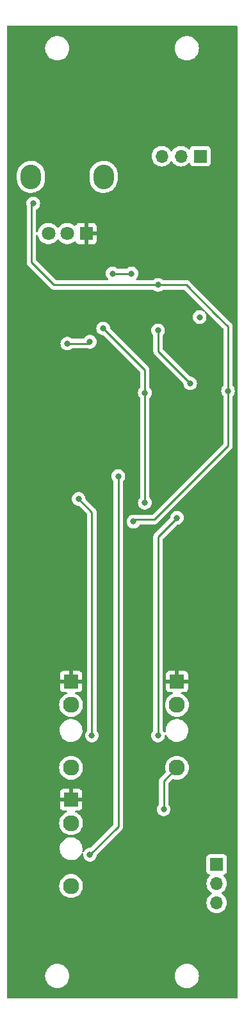
<source format=gbr>
%TF.GenerationSoftware,KiCad,Pcbnew,(7.0.0)*%
%TF.CreationDate,2023-03-26T07:08:48-07:00*%
%TF.ProjectId,electricdruid_vca,656c6563-7472-4696-9364-727569645f76,rev?*%
%TF.SameCoordinates,Original*%
%TF.FileFunction,Copper,L2,Bot*%
%TF.FilePolarity,Positive*%
%FSLAX46Y46*%
G04 Gerber Fmt 4.6, Leading zero omitted, Abs format (unit mm)*
G04 Created by KiCad (PCBNEW (7.0.0)) date 2023-03-26 07:08:48*
%MOMM*%
%LPD*%
G01*
G04 APERTURE LIST*
%TA.AperFunction,ComponentPad*%
%ADD10R,1.700000X1.700000*%
%TD*%
%TA.AperFunction,ComponentPad*%
%ADD11O,1.700000X1.700000*%
%TD*%
%TA.AperFunction,ComponentPad*%
%ADD12R,1.930000X1.830000*%
%TD*%
%TA.AperFunction,ComponentPad*%
%ADD13C,2.130000*%
%TD*%
%TA.AperFunction,ComponentPad*%
%ADD14O,2.720000X3.240000*%
%TD*%
%TA.AperFunction,ComponentPad*%
%ADD15R,1.800000X1.800000*%
%TD*%
%TA.AperFunction,ComponentPad*%
%ADD16C,1.800000*%
%TD*%
%TA.AperFunction,ViaPad*%
%ADD17C,0.800000*%
%TD*%
%TA.AperFunction,Conductor*%
%ADD18C,0.250000*%
%TD*%
G04 APERTURE END LIST*
D10*
%TO.P,J2,1,Pin_1*%
%TO.N,Net-(J2-Pin_1)*%
X45579999Y-37249999D03*
D11*
%TO.P,J2,2,Pin_2*%
%TO.N,Net-(J2-Pin_2)*%
X43039999Y-37249999D03*
%TO.P,J2,3,Pin_3*%
%TO.N,Net-(J2-Pin_3)*%
X40499999Y-37249999D03*
%TD*%
D10*
%TO.P,J3,1,Pin_1*%
%TO.N,Net-(J3-Pin_1)*%
X47749999Y-130749999D03*
D11*
%TO.P,J3,2,Pin_2*%
%TO.N,Net-(J3-Pin_2)*%
X47749999Y-133289999D03*
%TO.P,J3,3,Pin_3*%
%TO.N,Net-(J3-Pin_3)*%
X47749999Y-135829999D03*
%TD*%
D12*
%TO.P,JOUT1,S*%
%TO.N,GND*%
X28499999Y-122219999D03*
D13*
%TO.P,JOUT1,T*%
%TO.N,Net-(JOUT1-PadT)*%
X28500000Y-133620000D03*
%TO.P,JOUT1,TN*%
%TO.N,unconnected-(JOUT1-PadTN)*%
X28500000Y-125320000D03*
%TD*%
D12*
%TO.P,JSIG1,S*%
%TO.N,GND*%
X42499999Y-106599999D03*
D13*
%TO.P,JSIG1,T*%
%TO.N,Net-(J3-Pin_3)*%
X42500000Y-118000000D03*
%TO.P,JSIG1,TN*%
%TO.N,unconnected-(JSIG1-PadTN)*%
X42500000Y-109700000D03*
%TD*%
D12*
%TO.P,JENV1,S*%
%TO.N,GND*%
X28499999Y-106599999D03*
D13*
%TO.P,JENV1,T*%
%TO.N,Net-(U3A-+)*%
X28500000Y-118000000D03*
%TO.P,JENV1,TN*%
%TO.N,unconnected-(JENV1-PadTN)*%
X28500000Y-109700000D03*
%TD*%
D14*
%TO.P,RVBIAS1,*%
%TO.N,*%
X23199999Y-39974999D03*
X32799999Y-39974999D03*
D15*
%TO.P,RVBIAS1,1,1*%
%TO.N,GND*%
X30499999Y-47474999D03*
D16*
%TO.P,RVBIAS1,2,2*%
%TO.N,Net-(R5-Pad1)*%
X28000000Y-47475000D03*
%TO.P,RVBIAS1,3,3*%
%TO.N,+12V*%
X25500000Y-47475000D03*
%TD*%
D17*
%TO.N,*%
X45500000Y-58500000D03*
%TO.N,+12V*%
X23500000Y-43500000D03*
X36750000Y-85500000D03*
X40000000Y-54250000D03*
X49250000Y-68250000D03*
%TO.N,-12V*%
X38250000Y-68500000D03*
X38250000Y-83000000D03*
X32750000Y-60000000D03*
%TO.N,Net-(U4A--)*%
X40000000Y-113750000D03*
X42500000Y-85000000D03*
%TO.N,Net-(U1B--)*%
X40000000Y-60250000D03*
X44250000Y-67250000D03*
%TO.N,Net-(R11-Pad2)*%
X31000000Y-129500000D03*
X34750000Y-79500000D03*
%TO.N,Net-(R1-Pad1)*%
X36500000Y-52750000D03*
X34000000Y-52750000D03*
%TO.N,Net-(J2-Pin_2)*%
X31000000Y-61750000D03*
X28000000Y-62000000D03*
%TO.N,Net-(J2-Pin_3)*%
X31250000Y-113750000D03*
X29500000Y-82500000D03*
%TO.N,Net-(J3-Pin_3)*%
X40750000Y-123500000D03*
%TD*%
D18*
%TO.N,+12V*%
X49250000Y-75500000D02*
X39500000Y-85250000D01*
X49250000Y-68250000D02*
X49250000Y-75500000D01*
X23250000Y-43750000D02*
X23500000Y-43500000D01*
X47750000Y-58250000D02*
X49250000Y-59750000D01*
X26250000Y-54250000D02*
X23250000Y-51250000D01*
X40000000Y-54250000D02*
X26250000Y-54250000D01*
X39500000Y-85250000D02*
X37000000Y-85250000D01*
X43750000Y-54250000D02*
X47750000Y-58250000D01*
X23250000Y-51250000D02*
X23250000Y-43750000D01*
X37000000Y-85250000D02*
X36750000Y-85500000D01*
X49250000Y-59750000D02*
X49250000Y-68250000D01*
X40000000Y-54250000D02*
X43750000Y-54250000D01*
%TO.N,-12V*%
X38250000Y-68500000D02*
X38250000Y-65500000D01*
X38250000Y-65500000D02*
X32750000Y-60000000D01*
X38250000Y-83000000D02*
X38250000Y-68500000D01*
%TO.N,Net-(U4A--)*%
X40000000Y-113750000D02*
X40000000Y-87500000D01*
X40000000Y-87500000D02*
X42500000Y-85000000D01*
%TO.N,Net-(U1B--)*%
X40000000Y-60250000D02*
X40000000Y-63000000D01*
X40000000Y-63000000D02*
X44250000Y-67250000D01*
%TO.N,Net-(R11-Pad2)*%
X34750000Y-79500000D02*
X34750000Y-125750000D01*
X34750000Y-125750000D02*
X31000000Y-129500000D01*
%TO.N,Net-(R1-Pad1)*%
X34000000Y-52750000D02*
X36500000Y-52750000D01*
%TO.N,Net-(J2-Pin_2)*%
X30750000Y-62000000D02*
X31000000Y-61750000D01*
X28000000Y-62000000D02*
X30750000Y-62000000D01*
%TO.N,Net-(J2-Pin_3)*%
X29500000Y-82500000D02*
X31250000Y-84250000D01*
X31250000Y-84250000D02*
X31250000Y-113750000D01*
%TO.N,Net-(J3-Pin_3)*%
X40750000Y-119750000D02*
X42500000Y-118000000D01*
X40750000Y-123500000D02*
X40750000Y-119750000D01*
%TD*%
%TA.AperFunction,Conductor*%
%TO.N,GND*%
G36*
X50417500Y-20017113D02*
G01*
X50462887Y-20062500D01*
X50479500Y-20124500D01*
X50479500Y-148375500D01*
X50462887Y-148437500D01*
X50417500Y-148482887D01*
X50355500Y-148499500D01*
X20124500Y-148499500D01*
X20062500Y-148482887D01*
X20017113Y-148437500D01*
X20000500Y-148375500D01*
X20000500Y-145500000D01*
X25074551Y-145500000D01*
X25094317Y-145751148D01*
X25095452Y-145755877D01*
X25095453Y-145755881D01*
X25151989Y-145991374D01*
X25151991Y-145991382D01*
X25153127Y-145996111D01*
X25249534Y-146228859D01*
X25252081Y-146233016D01*
X25252082Y-146233017D01*
X25378617Y-146439504D01*
X25378622Y-146439511D01*
X25381164Y-146443659D01*
X25384324Y-146447358D01*
X25384327Y-146447363D01*
X25534845Y-146623596D01*
X25544776Y-146635224D01*
X25548476Y-146638384D01*
X25730705Y-146794023D01*
X25736341Y-146798836D01*
X25740491Y-146801379D01*
X25740495Y-146801382D01*
X25852300Y-146869896D01*
X25951141Y-146930466D01*
X26183889Y-147026873D01*
X26428852Y-147085683D01*
X26680000Y-147105449D01*
X26931148Y-147085683D01*
X27176111Y-147026873D01*
X27408859Y-146930466D01*
X27623659Y-146798836D01*
X27815224Y-146635224D01*
X27978836Y-146443659D01*
X28110466Y-146228859D01*
X28206873Y-145996111D01*
X28265683Y-145751148D01*
X28285449Y-145500000D01*
X42194551Y-145500000D01*
X42214317Y-145751148D01*
X42215452Y-145755877D01*
X42215453Y-145755881D01*
X42271989Y-145991374D01*
X42271991Y-145991382D01*
X42273127Y-145996111D01*
X42369534Y-146228859D01*
X42372081Y-146233016D01*
X42372082Y-146233017D01*
X42498617Y-146439504D01*
X42498622Y-146439511D01*
X42501164Y-146443659D01*
X42504324Y-146447358D01*
X42504327Y-146447363D01*
X42654845Y-146623596D01*
X42664776Y-146635224D01*
X42668476Y-146638384D01*
X42850705Y-146794023D01*
X42856341Y-146798836D01*
X42860491Y-146801379D01*
X42860495Y-146801382D01*
X42972300Y-146869896D01*
X43071141Y-146930466D01*
X43303889Y-147026873D01*
X43548852Y-147085683D01*
X43800000Y-147105449D01*
X44051148Y-147085683D01*
X44296111Y-147026873D01*
X44528859Y-146930466D01*
X44743659Y-146798836D01*
X44935224Y-146635224D01*
X45098836Y-146443659D01*
X45230466Y-146228859D01*
X45326873Y-145996111D01*
X45385683Y-145751148D01*
X45405449Y-145500000D01*
X45385683Y-145248852D01*
X45326873Y-145003889D01*
X45230466Y-144771141D01*
X45098836Y-144556341D01*
X44935224Y-144364776D01*
X44931523Y-144361615D01*
X44747363Y-144204327D01*
X44747358Y-144204324D01*
X44743659Y-144201164D01*
X44739511Y-144198622D01*
X44739504Y-144198617D01*
X44533017Y-144072082D01*
X44533016Y-144072081D01*
X44528859Y-144069534D01*
X44296111Y-143973127D01*
X44291382Y-143971991D01*
X44291374Y-143971989D01*
X44055881Y-143915453D01*
X44055877Y-143915452D01*
X44051148Y-143914317D01*
X44046295Y-143913935D01*
X43804854Y-143894933D01*
X43800000Y-143894551D01*
X43795146Y-143894933D01*
X43553704Y-143913935D01*
X43553702Y-143913935D01*
X43548852Y-143914317D01*
X43544124Y-143915451D01*
X43544118Y-143915453D01*
X43308625Y-143971989D01*
X43308613Y-143971992D01*
X43303889Y-143973127D01*
X43299392Y-143974989D01*
X43299388Y-143974991D01*
X43075645Y-144067668D01*
X43075640Y-144067670D01*
X43071141Y-144069534D01*
X43066988Y-144072078D01*
X43066982Y-144072082D01*
X42860495Y-144198617D01*
X42860482Y-144198626D01*
X42856341Y-144201164D01*
X42852646Y-144204319D01*
X42852636Y-144204327D01*
X42668476Y-144361615D01*
X42668469Y-144361621D01*
X42664776Y-144364776D01*
X42661621Y-144368469D01*
X42661615Y-144368476D01*
X42504327Y-144552636D01*
X42504319Y-144552646D01*
X42501164Y-144556341D01*
X42498626Y-144560482D01*
X42498617Y-144560495D01*
X42372082Y-144766982D01*
X42372078Y-144766988D01*
X42369534Y-144771141D01*
X42367670Y-144775640D01*
X42367668Y-144775645D01*
X42274991Y-144999388D01*
X42273127Y-145003889D01*
X42271992Y-145008613D01*
X42271989Y-145008625D01*
X42215453Y-145244118D01*
X42215451Y-145244124D01*
X42214317Y-145248852D01*
X42194551Y-145500000D01*
X28285449Y-145500000D01*
X28265683Y-145248852D01*
X28206873Y-145003889D01*
X28110466Y-144771141D01*
X27978836Y-144556341D01*
X27815224Y-144364776D01*
X27811523Y-144361615D01*
X27627363Y-144204327D01*
X27627358Y-144204324D01*
X27623659Y-144201164D01*
X27619511Y-144198622D01*
X27619504Y-144198617D01*
X27413017Y-144072082D01*
X27413016Y-144072081D01*
X27408859Y-144069534D01*
X27176111Y-143973127D01*
X27171382Y-143971991D01*
X27171374Y-143971989D01*
X26935881Y-143915453D01*
X26935877Y-143915452D01*
X26931148Y-143914317D01*
X26926295Y-143913935D01*
X26684854Y-143894933D01*
X26680000Y-143894551D01*
X26675146Y-143894933D01*
X26433704Y-143913935D01*
X26433702Y-143913935D01*
X26428852Y-143914317D01*
X26424124Y-143915451D01*
X26424118Y-143915453D01*
X26188625Y-143971989D01*
X26188613Y-143971992D01*
X26183889Y-143973127D01*
X26179392Y-143974989D01*
X26179388Y-143974991D01*
X25955645Y-144067668D01*
X25955640Y-144067670D01*
X25951141Y-144069534D01*
X25946988Y-144072078D01*
X25946982Y-144072082D01*
X25740495Y-144198617D01*
X25740482Y-144198626D01*
X25736341Y-144201164D01*
X25732646Y-144204319D01*
X25732636Y-144204327D01*
X25548476Y-144361615D01*
X25548469Y-144361621D01*
X25544776Y-144364776D01*
X25541621Y-144368469D01*
X25541615Y-144368476D01*
X25384327Y-144552636D01*
X25384319Y-144552646D01*
X25381164Y-144556341D01*
X25378626Y-144560482D01*
X25378617Y-144560495D01*
X25252082Y-144766982D01*
X25252078Y-144766988D01*
X25249534Y-144771141D01*
X25247670Y-144775640D01*
X25247668Y-144775645D01*
X25154991Y-144999388D01*
X25153127Y-145003889D01*
X25151992Y-145008613D01*
X25151989Y-145008625D01*
X25095453Y-145244118D01*
X25095451Y-145244124D01*
X25094317Y-145248852D01*
X25074551Y-145500000D01*
X20000500Y-145500000D01*
X20000500Y-138000000D01*
X21499459Y-138000000D01*
X21499617Y-138000383D01*
X21499901Y-138000500D01*
X24487944Y-138000500D01*
X24500099Y-138000500D01*
X24500383Y-138000383D01*
X24500541Y-138000000D01*
X26499459Y-138000000D01*
X26499617Y-138000383D01*
X26499901Y-138000500D01*
X29487944Y-138000500D01*
X29500099Y-138000500D01*
X29500383Y-138000383D01*
X29500541Y-138000000D01*
X31499459Y-138000000D01*
X31499617Y-138000383D01*
X31499901Y-138000500D01*
X34487944Y-138000500D01*
X34500099Y-138000500D01*
X34500383Y-138000383D01*
X34500541Y-138000000D01*
X36499459Y-138000000D01*
X36499617Y-138000383D01*
X36499901Y-138000500D01*
X39487944Y-138000500D01*
X39500099Y-138000500D01*
X39500383Y-138000383D01*
X39500541Y-138000000D01*
X41499459Y-138000000D01*
X41499617Y-138000383D01*
X41499901Y-138000500D01*
X44487944Y-138000500D01*
X44500099Y-138000500D01*
X44500383Y-138000383D01*
X44500541Y-138000000D01*
X46499459Y-138000000D01*
X46499617Y-138000383D01*
X46499901Y-138000500D01*
X49487944Y-138000500D01*
X49500099Y-138000500D01*
X49500383Y-138000383D01*
X49500541Y-138000000D01*
X49500383Y-137999617D01*
X49500099Y-137999500D01*
X46499901Y-137999500D01*
X46499617Y-137999617D01*
X46499459Y-138000000D01*
X44500541Y-138000000D01*
X44500383Y-137999617D01*
X44500099Y-137999500D01*
X41499901Y-137999500D01*
X41499617Y-137999617D01*
X41499459Y-138000000D01*
X39500541Y-138000000D01*
X39500383Y-137999617D01*
X39500099Y-137999500D01*
X36499901Y-137999500D01*
X36499617Y-137999617D01*
X36499459Y-138000000D01*
X34500541Y-138000000D01*
X34500383Y-137999617D01*
X34500099Y-137999500D01*
X31499901Y-137999500D01*
X31499617Y-137999617D01*
X31499459Y-138000000D01*
X29500541Y-138000000D01*
X29500383Y-137999617D01*
X29500099Y-137999500D01*
X26499901Y-137999500D01*
X26499617Y-137999617D01*
X26499459Y-138000000D01*
X24500541Y-138000000D01*
X24500383Y-137999617D01*
X24500099Y-137999500D01*
X21499901Y-137999500D01*
X21499617Y-137999617D01*
X21499459Y-138000000D01*
X20000500Y-138000000D01*
X20000500Y-135830000D01*
X46394341Y-135830000D01*
X46414937Y-136065408D01*
X46416336Y-136070630D01*
X46416337Y-136070634D01*
X46474694Y-136288430D01*
X46474697Y-136288438D01*
X46476097Y-136293663D01*
X46478385Y-136298570D01*
X46478386Y-136298572D01*
X46573678Y-136502927D01*
X46573681Y-136502933D01*
X46575965Y-136507830D01*
X46579064Y-136512257D01*
X46579066Y-136512259D01*
X46708399Y-136696966D01*
X46708402Y-136696970D01*
X46711505Y-136701401D01*
X46878599Y-136868495D01*
X47072170Y-137004035D01*
X47286337Y-137103903D01*
X47514592Y-137165063D01*
X47750000Y-137185659D01*
X47985408Y-137165063D01*
X48213663Y-137103903D01*
X48427830Y-137004035D01*
X48621401Y-136868495D01*
X48788495Y-136701401D01*
X48924035Y-136507830D01*
X49023903Y-136293663D01*
X49085063Y-136065408D01*
X49105659Y-135830000D01*
X49085063Y-135594592D01*
X49023903Y-135366337D01*
X48924035Y-135152171D01*
X48788495Y-134958599D01*
X48621401Y-134791505D01*
X48616968Y-134788401D01*
X48616961Y-134788395D01*
X48435842Y-134661575D01*
X48396976Y-134617257D01*
X48382965Y-134560000D01*
X48396976Y-134502743D01*
X48435842Y-134458425D01*
X48616961Y-134331604D01*
X48616961Y-134331603D01*
X48621401Y-134328495D01*
X48788495Y-134161401D01*
X48924035Y-133967830D01*
X49023903Y-133753663D01*
X49085063Y-133525408D01*
X49105659Y-133290000D01*
X49085063Y-133054592D01*
X49023903Y-132826337D01*
X48924035Y-132612171D01*
X48788495Y-132418599D01*
X48666569Y-132296673D01*
X48635273Y-132243927D01*
X48633084Y-132182634D01*
X48660537Y-132127789D01*
X48710916Y-132092810D01*
X48842331Y-132043796D01*
X48957546Y-131957546D01*
X49043796Y-131842331D01*
X49094091Y-131707483D01*
X49100500Y-131647873D01*
X49100499Y-129852128D01*
X49094091Y-129792517D01*
X49043796Y-129657669D01*
X48957546Y-129542454D01*
X48875606Y-129481114D01*
X48849431Y-129461519D01*
X48849430Y-129461518D01*
X48842331Y-129456204D01*
X48707483Y-129405909D01*
X48699770Y-129405079D01*
X48699767Y-129405079D01*
X48651180Y-129399855D01*
X48651169Y-129399854D01*
X48647873Y-129399500D01*
X48644550Y-129399500D01*
X46855439Y-129399500D01*
X46855420Y-129399500D01*
X46852128Y-129399501D01*
X46848850Y-129399853D01*
X46848838Y-129399854D01*
X46800231Y-129405079D01*
X46800225Y-129405080D01*
X46792517Y-129405909D01*
X46785252Y-129408618D01*
X46785246Y-129408620D01*
X46665980Y-129453104D01*
X46665978Y-129453104D01*
X46657669Y-129456204D01*
X46650572Y-129461516D01*
X46650568Y-129461519D01*
X46549550Y-129537141D01*
X46549546Y-129537144D01*
X46542454Y-129542454D01*
X46537144Y-129549546D01*
X46537141Y-129549550D01*
X46461519Y-129650568D01*
X46461516Y-129650572D01*
X46456204Y-129657669D01*
X46453104Y-129665978D01*
X46453104Y-129665980D01*
X46408620Y-129785247D01*
X46408619Y-129785250D01*
X46405909Y-129792517D01*
X46405079Y-129800227D01*
X46405079Y-129800232D01*
X46399855Y-129848819D01*
X46399854Y-129848831D01*
X46399500Y-129852127D01*
X46399500Y-129855448D01*
X46399500Y-129855449D01*
X46399500Y-131644560D01*
X46399500Y-131644578D01*
X46399501Y-131647872D01*
X46399853Y-131651150D01*
X46399854Y-131651161D01*
X46405079Y-131699768D01*
X46405080Y-131699773D01*
X46405909Y-131707483D01*
X46408619Y-131714749D01*
X46408620Y-131714753D01*
X46442217Y-131804831D01*
X46456204Y-131842331D01*
X46542454Y-131957546D01*
X46657669Y-132043796D01*
X46767405Y-132084725D01*
X46789082Y-132092810D01*
X46839462Y-132127789D01*
X46866915Y-132182633D01*
X46864726Y-132243926D01*
X46833431Y-132296673D01*
X46711505Y-132418599D01*
X46708402Y-132423029D01*
X46708399Y-132423034D01*
X46579073Y-132607731D01*
X46579068Y-132607738D01*
X46575965Y-132612171D01*
X46573677Y-132617077D01*
X46573675Y-132617081D01*
X46478386Y-132821427D01*
X46478383Y-132821432D01*
X46476097Y-132826337D01*
X46474698Y-132831557D01*
X46474694Y-132831569D01*
X46416337Y-133049365D01*
X46416335Y-133049371D01*
X46414937Y-133054592D01*
X46414465Y-133059977D01*
X46414465Y-133059982D01*
X46394813Y-133284605D01*
X46394341Y-133290000D01*
X46414937Y-133525408D01*
X46416336Y-133530630D01*
X46416337Y-133530634D01*
X46474694Y-133748430D01*
X46474697Y-133748438D01*
X46476097Y-133753663D01*
X46478385Y-133758570D01*
X46478386Y-133758572D01*
X46573678Y-133962927D01*
X46573681Y-133962933D01*
X46575965Y-133967830D01*
X46579064Y-133972257D01*
X46579066Y-133972259D01*
X46708399Y-134156966D01*
X46708402Y-134156970D01*
X46711505Y-134161401D01*
X46878599Y-134328495D01*
X46883032Y-134331599D01*
X46883038Y-134331604D01*
X47064158Y-134458425D01*
X47103024Y-134502743D01*
X47117035Y-134560000D01*
X47103024Y-134617257D01*
X47064159Y-134661575D01*
X46883041Y-134788395D01*
X46878599Y-134791505D01*
X46874775Y-134795328D01*
X46874769Y-134795334D01*
X46715334Y-134954769D01*
X46715328Y-134954775D01*
X46711505Y-134958599D01*
X46708402Y-134963029D01*
X46708399Y-134963034D01*
X46579073Y-135147731D01*
X46579068Y-135147738D01*
X46575965Y-135152171D01*
X46573677Y-135157077D01*
X46573675Y-135157081D01*
X46478386Y-135361427D01*
X46478383Y-135361432D01*
X46476097Y-135366337D01*
X46474698Y-135371557D01*
X46474694Y-135371569D01*
X46416337Y-135589365D01*
X46416335Y-135589371D01*
X46414937Y-135594592D01*
X46394341Y-135830000D01*
X20000500Y-135830000D01*
X20000500Y-133620000D01*
X26929659Y-133620000D01*
X26948993Y-133865655D01*
X26950128Y-133870384D01*
X26950129Y-133870388D01*
X27005379Y-134100525D01*
X27005381Y-134100533D01*
X27006517Y-134105262D01*
X27100816Y-134332920D01*
X27229567Y-134543023D01*
X27232731Y-134546728D01*
X27232735Y-134546733D01*
X27326028Y-134655965D01*
X27389601Y-134730399D01*
X27393308Y-134733565D01*
X27573266Y-134887264D01*
X27573269Y-134887266D01*
X27576977Y-134890433D01*
X27787080Y-135019184D01*
X28014738Y-135113483D01*
X28254345Y-135171007D01*
X28500000Y-135190341D01*
X28745655Y-135171007D01*
X28985262Y-135113483D01*
X29212920Y-135019184D01*
X29423023Y-134890433D01*
X29610399Y-134730399D01*
X29770433Y-134543023D01*
X29899184Y-134332920D01*
X29993483Y-134105262D01*
X30051007Y-133865655D01*
X30070341Y-133620000D01*
X30051007Y-133374345D01*
X29993483Y-133134738D01*
X29899184Y-132907080D01*
X29770433Y-132696977D01*
X29702195Y-132617081D01*
X29613565Y-132513308D01*
X29610399Y-132509601D01*
X29509042Y-132423034D01*
X29426733Y-132352735D01*
X29426728Y-132352731D01*
X29423023Y-132349567D01*
X29212920Y-132220816D01*
X28985262Y-132126517D01*
X28980533Y-132125381D01*
X28980525Y-132125379D01*
X28750388Y-132070129D01*
X28750384Y-132070128D01*
X28745655Y-132068993D01*
X28740802Y-132068611D01*
X28504854Y-132050041D01*
X28500000Y-132049659D01*
X28495146Y-132050041D01*
X28259197Y-132068611D01*
X28259195Y-132068611D01*
X28254345Y-132068993D01*
X28249617Y-132070127D01*
X28249611Y-132070129D01*
X28019474Y-132125379D01*
X28019462Y-132125382D01*
X28014738Y-132126517D01*
X28010241Y-132128379D01*
X28010237Y-132128381D01*
X27791584Y-132218950D01*
X27791579Y-132218952D01*
X27787080Y-132220816D01*
X27782927Y-132223360D01*
X27782921Y-132223364D01*
X27581134Y-132347019D01*
X27581128Y-132347022D01*
X27576977Y-132349567D01*
X27573277Y-132352726D01*
X27573266Y-132352735D01*
X27393308Y-132506434D01*
X27393301Y-132506440D01*
X27389601Y-132509601D01*
X27386440Y-132513301D01*
X27386434Y-132513308D01*
X27232735Y-132693266D01*
X27232726Y-132693277D01*
X27229567Y-132696977D01*
X27227022Y-132701128D01*
X27227019Y-132701134D01*
X27103364Y-132902921D01*
X27103360Y-132902927D01*
X27100816Y-132907080D01*
X27098952Y-132911579D01*
X27098950Y-132911584D01*
X27037482Y-133059982D01*
X27006517Y-133134738D01*
X27005382Y-133139462D01*
X27005379Y-133139474D01*
X26950129Y-133369611D01*
X26950127Y-133369617D01*
X26948993Y-133374345D01*
X26929659Y-133620000D01*
X20000500Y-133620000D01*
X20000500Y-128700000D01*
X26994859Y-128700000D01*
X26994939Y-128703292D01*
X26994939Y-128703308D01*
X26996575Y-128770226D01*
X26996656Y-128773526D01*
X26997086Y-128776799D01*
X26997087Y-128776800D01*
X27028186Y-129013027D01*
X27028187Y-129013033D01*
X27028851Y-129018074D01*
X27030330Y-129022941D01*
X27096488Y-129240695D01*
X27100555Y-129254079D01*
X27102811Y-129258644D01*
X27102812Y-129258646D01*
X27129055Y-129311744D01*
X27209842Y-129475205D01*
X27212811Y-129479337D01*
X27212813Y-129479340D01*
X27350802Y-129671372D01*
X27353777Y-129675512D01*
X27357382Y-129679105D01*
X27357386Y-129679109D01*
X27471191Y-129792517D01*
X27528495Y-129849621D01*
X27729303Y-129992856D01*
X27950809Y-130101370D01*
X28187064Y-130172250D01*
X28192104Y-130172895D01*
X28192106Y-130172896D01*
X28426679Y-130202946D01*
X28431722Y-130203592D01*
X28678215Y-130194553D01*
X28919921Y-130145377D01*
X29150350Y-130057385D01*
X29363313Y-129932939D01*
X29553092Y-129775382D01*
X29714589Y-129588945D01*
X29843468Y-129378634D01*
X29869576Y-129314335D01*
X29903798Y-129266813D01*
X29956010Y-129240295D01*
X30014570Y-129240695D01*
X30066415Y-129267924D01*
X30099983Y-129315909D01*
X30107788Y-129373947D01*
X30105065Y-129399855D01*
X30094540Y-129500000D01*
X30095219Y-129506460D01*
X30113646Y-129681795D01*
X30113647Y-129681803D01*
X30114326Y-129688256D01*
X30116331Y-129694428D01*
X30116333Y-129694435D01*
X30170813Y-129862105D01*
X30172821Y-129868284D01*
X30176068Y-129873908D01*
X30176069Y-129873910D01*
X30246034Y-129995094D01*
X30267467Y-130032216D01*
X30394129Y-130172888D01*
X30547270Y-130284151D01*
X30720197Y-130361144D01*
X30905354Y-130400500D01*
X31088143Y-130400500D01*
X31094646Y-130400500D01*
X31279803Y-130361144D01*
X31452730Y-130284151D01*
X31605871Y-130172888D01*
X31732533Y-130032216D01*
X31827179Y-129868284D01*
X31885674Y-129688256D01*
X31903321Y-129520344D01*
X31914721Y-129479925D01*
X31938958Y-129445630D01*
X35137311Y-126247278D01*
X35145481Y-126239844D01*
X35151877Y-126235786D01*
X35197918Y-126186756D01*
X35200535Y-126184054D01*
X35220120Y-126164471D01*
X35222585Y-126161292D01*
X35230167Y-126152416D01*
X35260062Y-126120582D01*
X35269713Y-126103023D01*
X35280390Y-126086770D01*
X35292673Y-126070936D01*
X35310026Y-126030832D01*
X35315158Y-126020361D01*
X35332435Y-125988935D01*
X35332435Y-125988934D01*
X35336197Y-125982092D01*
X35341177Y-125962691D01*
X35347481Y-125944281D01*
X35355438Y-125925896D01*
X35362272Y-125882741D01*
X35364638Y-125871321D01*
X35373560Y-125836574D01*
X35375500Y-125829019D01*
X35375500Y-125808983D01*
X35377025Y-125789597D01*
X35380160Y-125769804D01*
X35376050Y-125726324D01*
X35375500Y-125714655D01*
X35375500Y-123500000D01*
X39844540Y-123500000D01*
X39845219Y-123506460D01*
X39863646Y-123681795D01*
X39863647Y-123681803D01*
X39864326Y-123688256D01*
X39866331Y-123694428D01*
X39866333Y-123694435D01*
X39884277Y-123749659D01*
X39922821Y-123868284D01*
X40017467Y-124032216D01*
X40021811Y-124037041D01*
X40021813Y-124037043D01*
X40033090Y-124049567D01*
X40144129Y-124172888D01*
X40297270Y-124284151D01*
X40470197Y-124361144D01*
X40655354Y-124400500D01*
X40838143Y-124400500D01*
X40844646Y-124400500D01*
X41029803Y-124361144D01*
X41202730Y-124284151D01*
X41355871Y-124172888D01*
X41482533Y-124032216D01*
X41577179Y-123868284D01*
X41635674Y-123688256D01*
X41655460Y-123500000D01*
X41635674Y-123311744D01*
X41577179Y-123131716D01*
X41482533Y-122967784D01*
X41407349Y-122884284D01*
X41383736Y-122845751D01*
X41375500Y-122801313D01*
X41375500Y-120060452D01*
X41384939Y-120012999D01*
X41411819Y-119972771D01*
X41437478Y-119947111D01*
X41868733Y-119515855D01*
X41908961Y-119488977D01*
X41956416Y-119479539D01*
X42003867Y-119488980D01*
X42014738Y-119493483D01*
X42254345Y-119551007D01*
X42500000Y-119570341D01*
X42745655Y-119551007D01*
X42985262Y-119493483D01*
X43212920Y-119399184D01*
X43423023Y-119270433D01*
X43610399Y-119110399D01*
X43770433Y-118923023D01*
X43899184Y-118712920D01*
X43993483Y-118485262D01*
X44051007Y-118245655D01*
X44070341Y-118000000D01*
X44051007Y-117754345D01*
X43993483Y-117514738D01*
X43899184Y-117287080D01*
X43770433Y-117076977D01*
X43610399Y-116889601D01*
X43606691Y-116886434D01*
X43426733Y-116732735D01*
X43426728Y-116732731D01*
X43423023Y-116729567D01*
X43212920Y-116600816D01*
X42985262Y-116506517D01*
X42980533Y-116505381D01*
X42980525Y-116505379D01*
X42750388Y-116450129D01*
X42750384Y-116450128D01*
X42745655Y-116448993D01*
X42740802Y-116448611D01*
X42504854Y-116430041D01*
X42500000Y-116429659D01*
X42495146Y-116430041D01*
X42259197Y-116448611D01*
X42259195Y-116448611D01*
X42254345Y-116448993D01*
X42249617Y-116450127D01*
X42249611Y-116450129D01*
X42019474Y-116505379D01*
X42019462Y-116505382D01*
X42014738Y-116506517D01*
X42010241Y-116508379D01*
X42010237Y-116508381D01*
X41791584Y-116598950D01*
X41791579Y-116598952D01*
X41787080Y-116600816D01*
X41782927Y-116603360D01*
X41782921Y-116603364D01*
X41581134Y-116727019D01*
X41581128Y-116727022D01*
X41576977Y-116729567D01*
X41573277Y-116732726D01*
X41573266Y-116732735D01*
X41393308Y-116886434D01*
X41393301Y-116886440D01*
X41389601Y-116889601D01*
X41386440Y-116893301D01*
X41386434Y-116893308D01*
X41232735Y-117073266D01*
X41232726Y-117073277D01*
X41229567Y-117076977D01*
X41227022Y-117081128D01*
X41227019Y-117081134D01*
X41103364Y-117282921D01*
X41103360Y-117282927D01*
X41100816Y-117287080D01*
X41006517Y-117514738D01*
X41005382Y-117519462D01*
X41005379Y-117519474D01*
X40950129Y-117749611D01*
X40950127Y-117749617D01*
X40948993Y-117754345D01*
X40929659Y-118000000D01*
X40948993Y-118245655D01*
X40950128Y-118250384D01*
X40950129Y-118250388D01*
X41005379Y-118480525D01*
X41005381Y-118480533D01*
X41006517Y-118485262D01*
X41011020Y-118496134D01*
X41020459Y-118543585D01*
X41011020Y-118591038D01*
X40984140Y-118631267D01*
X40362696Y-119252711D01*
X40354511Y-119260159D01*
X40348123Y-119264214D01*
X40342788Y-119269894D01*
X40342783Y-119269899D01*
X40302096Y-119313225D01*
X40299392Y-119316016D01*
X40282628Y-119332780D01*
X40282621Y-119332787D01*
X40279880Y-119335529D01*
X40277500Y-119338596D01*
X40277489Y-119338609D01*
X40277400Y-119338725D01*
X40269842Y-119347570D01*
X40245280Y-119373727D01*
X40245273Y-119373736D01*
X40239938Y-119379418D01*
X40236182Y-119386249D01*
X40236179Y-119386254D01*
X40230285Y-119396975D01*
X40219609Y-119413227D01*
X40212109Y-119422896D01*
X40212101Y-119422907D01*
X40207327Y-119429064D01*
X40204234Y-119436208D01*
X40204229Y-119436219D01*
X40189974Y-119469160D01*
X40184838Y-119479643D01*
X40177230Y-119493483D01*
X40163803Y-119517908D01*
X40161864Y-119525456D01*
X40161863Y-119525461D01*
X40158822Y-119537307D01*
X40152521Y-119555711D01*
X40147658Y-119566948D01*
X40147656Y-119566952D01*
X40144562Y-119574104D01*
X40143342Y-119581803D01*
X40143342Y-119581805D01*
X40137729Y-119617241D01*
X40135361Y-119628676D01*
X40126438Y-119663428D01*
X40126436Y-119663436D01*
X40124500Y-119670981D01*
X40124500Y-119678777D01*
X40124500Y-119691017D01*
X40122974Y-119710402D01*
X40119840Y-119730196D01*
X40120574Y-119737961D01*
X40120574Y-119737964D01*
X40123950Y-119773676D01*
X40124500Y-119785345D01*
X40124500Y-122801313D01*
X40116264Y-122845751D01*
X40092650Y-122884285D01*
X40021813Y-122962956D01*
X40021808Y-122962962D01*
X40017467Y-122967784D01*
X40014222Y-122973404D01*
X40014218Y-122973410D01*
X39926069Y-123126089D01*
X39926066Y-123126094D01*
X39922821Y-123131716D01*
X39920815Y-123137888D01*
X39920813Y-123137894D01*
X39866333Y-123305564D01*
X39866331Y-123305573D01*
X39864326Y-123311744D01*
X39863648Y-123318194D01*
X39863646Y-123318204D01*
X39846107Y-123485092D01*
X39844540Y-123500000D01*
X35375500Y-123500000D01*
X35375500Y-113750000D01*
X39094540Y-113750000D01*
X39095219Y-113756460D01*
X39113646Y-113931795D01*
X39113647Y-113931803D01*
X39114326Y-113938256D01*
X39116331Y-113944428D01*
X39116333Y-113944435D01*
X39170813Y-114112105D01*
X39172821Y-114118284D01*
X39267467Y-114282216D01*
X39394129Y-114422888D01*
X39547270Y-114534151D01*
X39720197Y-114611144D01*
X39905354Y-114650500D01*
X40088143Y-114650500D01*
X40094646Y-114650500D01*
X40279803Y-114611144D01*
X40452730Y-114534151D01*
X40605871Y-114422888D01*
X40732533Y-114282216D01*
X40827179Y-114118284D01*
X40885674Y-113938256D01*
X40904961Y-113754744D01*
X40927380Y-113695632D01*
X40976033Y-113655254D01*
X41038268Y-113644112D01*
X41097907Y-113665102D01*
X41139445Y-113712768D01*
X41207585Y-113850640D01*
X41207589Y-113850647D01*
X41209842Y-113855205D01*
X41353777Y-114055512D01*
X41357382Y-114059105D01*
X41357386Y-114059109D01*
X41524890Y-114226029D01*
X41528495Y-114229621D01*
X41729303Y-114372856D01*
X41950809Y-114481370D01*
X42187064Y-114552250D01*
X42192104Y-114552895D01*
X42192106Y-114552896D01*
X42426679Y-114582946D01*
X42431722Y-114583592D01*
X42678215Y-114574553D01*
X42919921Y-114525377D01*
X43150350Y-114437385D01*
X43363313Y-114312939D01*
X43553092Y-114155382D01*
X43714589Y-113968945D01*
X43843468Y-113758634D01*
X43936266Y-113530099D01*
X43990493Y-113289475D01*
X44004692Y-113043226D01*
X43978481Y-112797965D01*
X43912564Y-112560278D01*
X43808712Y-112336548D01*
X43669714Y-112132784D01*
X43526548Y-111982968D01*
X43502820Y-111958138D01*
X43502817Y-111958136D01*
X43499303Y-111954458D01*
X43495235Y-111951403D01*
X43495232Y-111951401D01*
X43306123Y-111809415D01*
X43306122Y-111809414D01*
X43302054Y-111806360D01*
X43116161Y-111709590D01*
X43087779Y-111694815D01*
X43087775Y-111694813D01*
X43083266Y-111692466D01*
X43078433Y-111690886D01*
X43078430Y-111690885D01*
X42853651Y-111617416D01*
X42853647Y-111617415D01*
X42848813Y-111615835D01*
X42843784Y-111615065D01*
X42843778Y-111615064D01*
X42610028Y-111579295D01*
X42610022Y-111579294D01*
X42604993Y-111578525D01*
X42599904Y-111578587D01*
X42599902Y-111578587D01*
X42363438Y-111581476D01*
X42363427Y-111581477D01*
X42358354Y-111581539D01*
X42353349Y-111582430D01*
X42353343Y-111582431D01*
X42120531Y-111623900D01*
X42120518Y-111623903D01*
X42115518Y-111624794D01*
X42110718Y-111626493D01*
X42110717Y-111626494D01*
X41887809Y-111705430D01*
X41887799Y-111705434D01*
X41883008Y-111707131D01*
X41878555Y-111709588D01*
X41878553Y-111709590D01*
X41671517Y-111823879D01*
X41671507Y-111823885D01*
X41667068Y-111826336D01*
X41663084Y-111829482D01*
X41663077Y-111829487D01*
X41477484Y-111976060D01*
X41477480Y-111976063D01*
X41473496Y-111979210D01*
X41470084Y-111982958D01*
X41470075Y-111982968D01*
X41310914Y-112157883D01*
X41310907Y-112157891D01*
X41307492Y-112161645D01*
X41304735Y-112165905D01*
X41304730Y-112165913D01*
X41176274Y-112364476D01*
X41176268Y-112364485D01*
X41173514Y-112368744D01*
X41171490Y-112373397D01*
X41171485Y-112373408D01*
X41088100Y-112565183D01*
X41075159Y-112594945D01*
X41073919Y-112599879D01*
X41073919Y-112599881D01*
X41016310Y-112829231D01*
X41016308Y-112829240D01*
X41015070Y-112834171D01*
X41014653Y-112839234D01*
X41014652Y-112839245D01*
X40995130Y-113076701D01*
X40994859Y-113080000D01*
X40994939Y-113083292D01*
X40994939Y-113083308D01*
X40996575Y-113150226D01*
X40996656Y-113153526D01*
X40997085Y-113156790D01*
X40997087Y-113156806D01*
X41004263Y-113211316D01*
X40994603Y-113277936D01*
X40951557Y-113329692D01*
X40887812Y-113351329D01*
X40822155Y-113336472D01*
X40773938Y-113289500D01*
X40732533Y-113217784D01*
X40657349Y-113134284D01*
X40633736Y-113095751D01*
X40625500Y-113051313D01*
X40625500Y-109700000D01*
X40929659Y-109700000D01*
X40948993Y-109945655D01*
X40950128Y-109950384D01*
X40950129Y-109950388D01*
X41005379Y-110180525D01*
X41005381Y-110180533D01*
X41006517Y-110185262D01*
X41100816Y-110412920D01*
X41229567Y-110623023D01*
X41232731Y-110626728D01*
X41232735Y-110626733D01*
X41386434Y-110806691D01*
X41389601Y-110810399D01*
X41393308Y-110813565D01*
X41573266Y-110967264D01*
X41573269Y-110967266D01*
X41576977Y-110970433D01*
X41787080Y-111099184D01*
X42014738Y-111193483D01*
X42254345Y-111251007D01*
X42500000Y-111270341D01*
X42745655Y-111251007D01*
X42985262Y-111193483D01*
X43212920Y-111099184D01*
X43423023Y-110970433D01*
X43610399Y-110810399D01*
X43770433Y-110623023D01*
X43899184Y-110412920D01*
X43993483Y-110185262D01*
X44051007Y-109945655D01*
X44070341Y-109700000D01*
X44051007Y-109454345D01*
X43993483Y-109214738D01*
X43899184Y-108987080D01*
X43770433Y-108776977D01*
X43610399Y-108589601D01*
X43606691Y-108586434D01*
X43426733Y-108432735D01*
X43426728Y-108432731D01*
X43423023Y-108429567D01*
X43212920Y-108300816D01*
X43098835Y-108253560D01*
X43045971Y-108211885D01*
X43022671Y-108148729D01*
X43035804Y-108082705D01*
X43081499Y-108033273D01*
X43146289Y-108015000D01*
X43509518Y-108015000D01*
X43516114Y-108014646D01*
X43564667Y-108009426D01*
X43579641Y-108005888D01*
X43698777Y-107961452D01*
X43714189Y-107953037D01*
X43815092Y-107877501D01*
X43827501Y-107865092D01*
X43903037Y-107764189D01*
X43911452Y-107748777D01*
X43955888Y-107629641D01*
X43959426Y-107614667D01*
X43964646Y-107566114D01*
X43965000Y-107559518D01*
X43965000Y-106866326D01*
X43961549Y-106853450D01*
X43948674Y-106850000D01*
X41051326Y-106850000D01*
X41038450Y-106853450D01*
X41035000Y-106866326D01*
X41035000Y-107559518D01*
X41035353Y-107566114D01*
X41040573Y-107614667D01*
X41044111Y-107629641D01*
X41088547Y-107748777D01*
X41096962Y-107764189D01*
X41172498Y-107865092D01*
X41184907Y-107877501D01*
X41285810Y-107953037D01*
X41301222Y-107961452D01*
X41420358Y-108005888D01*
X41435332Y-108009426D01*
X41483885Y-108014646D01*
X41490482Y-108015000D01*
X41853711Y-108015000D01*
X41918501Y-108033273D01*
X41964196Y-108082705D01*
X41977329Y-108148729D01*
X41954029Y-108211885D01*
X41901164Y-108253561D01*
X41791584Y-108298950D01*
X41791579Y-108298952D01*
X41787080Y-108300816D01*
X41782927Y-108303360D01*
X41782921Y-108303364D01*
X41581134Y-108427019D01*
X41581128Y-108427022D01*
X41576977Y-108429567D01*
X41573277Y-108432726D01*
X41573266Y-108432735D01*
X41393308Y-108586434D01*
X41393301Y-108586440D01*
X41389601Y-108589601D01*
X41386440Y-108593301D01*
X41386434Y-108593308D01*
X41232735Y-108773266D01*
X41232726Y-108773277D01*
X41229567Y-108776977D01*
X41227022Y-108781128D01*
X41227019Y-108781134D01*
X41103364Y-108982921D01*
X41103360Y-108982927D01*
X41100816Y-108987080D01*
X41006517Y-109214738D01*
X41005382Y-109219462D01*
X41005379Y-109219474D01*
X40950129Y-109449611D01*
X40950127Y-109449617D01*
X40948993Y-109454345D01*
X40929659Y-109700000D01*
X40625500Y-109700000D01*
X40625500Y-106333674D01*
X41035000Y-106333674D01*
X41038450Y-106346549D01*
X41051326Y-106350000D01*
X42233674Y-106350000D01*
X42246549Y-106346549D01*
X42250000Y-106333674D01*
X42750000Y-106333674D01*
X42753450Y-106346549D01*
X42766326Y-106350000D01*
X43948674Y-106350000D01*
X43961549Y-106346549D01*
X43965000Y-106333674D01*
X43965000Y-105640482D01*
X43964646Y-105633885D01*
X43959426Y-105585332D01*
X43955888Y-105570358D01*
X43911452Y-105451222D01*
X43903037Y-105435810D01*
X43827501Y-105334907D01*
X43815092Y-105322498D01*
X43714189Y-105246962D01*
X43698777Y-105238547D01*
X43579641Y-105194111D01*
X43564667Y-105190573D01*
X43516114Y-105185353D01*
X43509518Y-105185000D01*
X42766326Y-105185000D01*
X42753450Y-105188450D01*
X42750000Y-105201326D01*
X42750000Y-106333674D01*
X42250000Y-106333674D01*
X42250000Y-105201326D01*
X42246549Y-105188450D01*
X42233674Y-105185000D01*
X41490482Y-105185000D01*
X41483885Y-105185353D01*
X41435332Y-105190573D01*
X41420358Y-105194111D01*
X41301222Y-105238547D01*
X41285810Y-105246962D01*
X41184907Y-105322498D01*
X41172498Y-105334907D01*
X41096962Y-105435810D01*
X41088547Y-105451222D01*
X41044111Y-105570358D01*
X41040573Y-105585332D01*
X41035353Y-105633885D01*
X41035000Y-105640482D01*
X41035000Y-106333674D01*
X40625500Y-106333674D01*
X40625500Y-87810452D01*
X40634939Y-87762999D01*
X40661819Y-87722771D01*
X42447772Y-85936819D01*
X42488000Y-85909939D01*
X42535453Y-85900500D01*
X42588143Y-85900500D01*
X42594646Y-85900500D01*
X42779803Y-85861144D01*
X42952730Y-85784151D01*
X43105871Y-85672888D01*
X43232533Y-85532216D01*
X43327179Y-85368284D01*
X43385674Y-85188256D01*
X43405460Y-85000000D01*
X43385674Y-84811744D01*
X43327179Y-84631716D01*
X43232533Y-84467784D01*
X43105871Y-84327112D01*
X43100613Y-84323292D01*
X43100611Y-84323290D01*
X42957988Y-84219669D01*
X42957987Y-84219668D01*
X42952730Y-84215849D01*
X42919101Y-84200876D01*
X42785745Y-84141501D01*
X42785740Y-84141499D01*
X42779803Y-84138856D01*
X42773444Y-84137504D01*
X42773440Y-84137503D01*
X42601008Y-84100852D01*
X42601005Y-84100851D01*
X42594646Y-84099500D01*
X42405354Y-84099500D01*
X42398995Y-84100851D01*
X42398991Y-84100852D01*
X42226559Y-84137503D01*
X42226552Y-84137505D01*
X42220197Y-84138856D01*
X42214262Y-84141498D01*
X42214254Y-84141501D01*
X42053207Y-84213205D01*
X42053202Y-84213207D01*
X42047270Y-84215849D01*
X42042016Y-84219665D01*
X42042011Y-84219669D01*
X41899388Y-84323290D01*
X41899381Y-84323295D01*
X41894129Y-84327112D01*
X41889784Y-84331937D01*
X41889779Y-84331942D01*
X41771813Y-84462956D01*
X41771808Y-84462962D01*
X41767467Y-84467784D01*
X41764222Y-84473404D01*
X41764218Y-84473410D01*
X41676069Y-84626089D01*
X41676066Y-84626094D01*
X41672821Y-84631716D01*
X41670815Y-84637888D01*
X41670813Y-84637894D01*
X41616333Y-84805564D01*
X41616331Y-84805573D01*
X41614326Y-84811744D01*
X41613647Y-84818203D01*
X41613647Y-84818204D01*
X41596678Y-84979650D01*
X41585278Y-85020072D01*
X41561038Y-85054369D01*
X39612696Y-87002711D01*
X39604511Y-87010159D01*
X39598123Y-87014214D01*
X39592788Y-87019894D01*
X39592783Y-87019899D01*
X39552096Y-87063225D01*
X39549392Y-87066016D01*
X39532628Y-87082780D01*
X39532621Y-87082787D01*
X39529880Y-87085529D01*
X39527500Y-87088596D01*
X39527489Y-87088609D01*
X39527400Y-87088725D01*
X39519842Y-87097570D01*
X39495280Y-87123727D01*
X39495273Y-87123736D01*
X39489938Y-87129418D01*
X39486182Y-87136249D01*
X39486179Y-87136254D01*
X39480285Y-87146975D01*
X39469609Y-87163227D01*
X39462109Y-87172896D01*
X39462101Y-87172907D01*
X39457327Y-87179064D01*
X39454234Y-87186208D01*
X39454229Y-87186219D01*
X39439974Y-87219160D01*
X39434838Y-87229643D01*
X39413803Y-87267908D01*
X39411864Y-87275456D01*
X39411863Y-87275461D01*
X39408822Y-87287307D01*
X39402521Y-87305711D01*
X39397658Y-87316948D01*
X39397656Y-87316952D01*
X39394562Y-87324104D01*
X39393342Y-87331803D01*
X39393342Y-87331805D01*
X39387729Y-87367241D01*
X39385361Y-87378676D01*
X39376438Y-87413428D01*
X39376436Y-87413436D01*
X39374500Y-87420981D01*
X39374500Y-87428777D01*
X39374500Y-87441017D01*
X39372974Y-87460402D01*
X39369840Y-87480196D01*
X39370574Y-87487961D01*
X39370574Y-87487964D01*
X39373950Y-87523676D01*
X39374500Y-87535345D01*
X39374500Y-113051313D01*
X39366264Y-113095751D01*
X39342650Y-113134285D01*
X39271813Y-113212956D01*
X39271808Y-113212962D01*
X39267467Y-113217784D01*
X39264222Y-113223404D01*
X39264218Y-113223410D01*
X39176069Y-113376089D01*
X39176066Y-113376094D01*
X39172821Y-113381716D01*
X39170815Y-113387888D01*
X39170813Y-113387894D01*
X39116333Y-113555564D01*
X39116331Y-113555573D01*
X39114326Y-113561744D01*
X39113648Y-113568194D01*
X39113646Y-113568204D01*
X39100254Y-113695632D01*
X39094540Y-113750000D01*
X35375500Y-113750000D01*
X35375500Y-80198687D01*
X35383736Y-80154249D01*
X35407350Y-80115715D01*
X35482533Y-80032216D01*
X35577179Y-79868284D01*
X35635674Y-79688256D01*
X35655460Y-79500000D01*
X35635674Y-79311744D01*
X35577179Y-79131716D01*
X35482533Y-78967784D01*
X35355871Y-78827112D01*
X35350613Y-78823292D01*
X35350611Y-78823290D01*
X35207988Y-78719669D01*
X35207987Y-78719668D01*
X35202730Y-78715849D01*
X35196792Y-78713205D01*
X35035745Y-78641501D01*
X35035740Y-78641499D01*
X35029803Y-78638856D01*
X35023444Y-78637504D01*
X35023440Y-78637503D01*
X34851008Y-78600852D01*
X34851005Y-78600851D01*
X34844646Y-78599500D01*
X34655354Y-78599500D01*
X34648995Y-78600851D01*
X34648991Y-78600852D01*
X34476559Y-78637503D01*
X34476552Y-78637505D01*
X34470197Y-78638856D01*
X34464262Y-78641498D01*
X34464254Y-78641501D01*
X34303207Y-78713205D01*
X34303202Y-78713207D01*
X34297270Y-78715849D01*
X34292016Y-78719665D01*
X34292011Y-78719669D01*
X34149388Y-78823290D01*
X34149381Y-78823295D01*
X34144129Y-78827112D01*
X34139784Y-78831937D01*
X34139779Y-78831942D01*
X34021813Y-78962956D01*
X34021808Y-78962962D01*
X34017467Y-78967784D01*
X34014222Y-78973404D01*
X34014218Y-78973410D01*
X33926069Y-79126089D01*
X33926066Y-79126094D01*
X33922821Y-79131716D01*
X33920815Y-79137888D01*
X33920813Y-79137894D01*
X33866333Y-79305564D01*
X33866331Y-79305573D01*
X33864326Y-79311744D01*
X33863648Y-79318194D01*
X33863646Y-79318204D01*
X33845962Y-79486464D01*
X33844540Y-79500000D01*
X33845219Y-79506460D01*
X33863646Y-79681795D01*
X33863647Y-79681803D01*
X33864326Y-79688256D01*
X33866331Y-79694428D01*
X33866333Y-79694435D01*
X33920813Y-79862105D01*
X33922821Y-79868284D01*
X34017467Y-80032216D01*
X34021811Y-80037041D01*
X34021813Y-80037043D01*
X34092650Y-80115715D01*
X34116264Y-80154249D01*
X34124500Y-80198687D01*
X34124500Y-125439548D01*
X34115061Y-125487001D01*
X34088181Y-125527229D01*
X31052228Y-128563181D01*
X31012000Y-128590061D01*
X30964547Y-128599500D01*
X30905354Y-128599500D01*
X30898995Y-128600851D01*
X30898991Y-128600852D01*
X30726559Y-128637503D01*
X30726552Y-128637505D01*
X30720197Y-128638856D01*
X30714262Y-128641498D01*
X30714254Y-128641501D01*
X30553207Y-128713205D01*
X30553202Y-128713207D01*
X30547270Y-128715849D01*
X30542016Y-128719665D01*
X30542011Y-128719669D01*
X30399388Y-128823290D01*
X30399381Y-128823295D01*
X30394129Y-128827112D01*
X30389784Y-128831937D01*
X30389779Y-128831942D01*
X30271813Y-128962956D01*
X30271808Y-128962962D01*
X30267467Y-128967784D01*
X30264221Y-128973405D01*
X30264221Y-128973406D01*
X30199157Y-129086100D01*
X30148949Y-129134129D01*
X30080789Y-129147612D01*
X30016077Y-129122316D01*
X29975130Y-129066183D01*
X29970804Y-128996840D01*
X29990493Y-128909475D01*
X30004692Y-128663226D01*
X29978481Y-128417965D01*
X29912564Y-128180278D01*
X29808712Y-127956548D01*
X29669714Y-127752784D01*
X29526548Y-127602968D01*
X29502820Y-127578138D01*
X29502817Y-127578136D01*
X29499303Y-127574458D01*
X29495235Y-127571403D01*
X29495232Y-127571401D01*
X29306123Y-127429415D01*
X29306122Y-127429414D01*
X29302054Y-127426360D01*
X29116161Y-127329590D01*
X29087779Y-127314815D01*
X29087775Y-127314813D01*
X29083266Y-127312466D01*
X29078433Y-127310886D01*
X29078430Y-127310885D01*
X28853651Y-127237416D01*
X28853647Y-127237415D01*
X28848813Y-127235835D01*
X28843784Y-127235065D01*
X28843778Y-127235064D01*
X28610028Y-127199295D01*
X28610022Y-127199294D01*
X28604993Y-127198525D01*
X28599904Y-127198587D01*
X28599902Y-127198587D01*
X28363438Y-127201476D01*
X28363427Y-127201477D01*
X28358354Y-127201539D01*
X28353349Y-127202430D01*
X28353343Y-127202431D01*
X28120531Y-127243900D01*
X28120518Y-127243903D01*
X28115518Y-127244794D01*
X28110718Y-127246493D01*
X28110717Y-127246494D01*
X27887809Y-127325430D01*
X27887799Y-127325434D01*
X27883008Y-127327131D01*
X27878555Y-127329588D01*
X27878553Y-127329590D01*
X27671517Y-127443879D01*
X27671507Y-127443885D01*
X27667068Y-127446336D01*
X27663084Y-127449482D01*
X27663077Y-127449487D01*
X27477484Y-127596060D01*
X27477480Y-127596063D01*
X27473496Y-127599210D01*
X27470084Y-127602958D01*
X27470075Y-127602968D01*
X27310914Y-127777883D01*
X27310907Y-127777891D01*
X27307492Y-127781645D01*
X27304735Y-127785905D01*
X27304730Y-127785913D01*
X27176274Y-127984476D01*
X27176268Y-127984485D01*
X27173514Y-127988744D01*
X27171490Y-127993397D01*
X27171485Y-127993408D01*
X27088100Y-128185183D01*
X27075159Y-128214945D01*
X27073919Y-128219879D01*
X27073919Y-128219881D01*
X27016310Y-128449231D01*
X27016308Y-128449240D01*
X27015070Y-128454171D01*
X27014653Y-128459234D01*
X27014652Y-128459245D01*
X26995130Y-128696701D01*
X26994859Y-128700000D01*
X20000500Y-128700000D01*
X20000500Y-125320000D01*
X26929659Y-125320000D01*
X26948993Y-125565655D01*
X26950128Y-125570384D01*
X26950129Y-125570388D01*
X27005379Y-125800525D01*
X27005381Y-125800533D01*
X27006517Y-125805262D01*
X27100816Y-126032920D01*
X27229567Y-126243023D01*
X27232731Y-126246728D01*
X27232735Y-126246733D01*
X27386434Y-126426691D01*
X27389601Y-126430399D01*
X27393308Y-126433565D01*
X27573266Y-126587264D01*
X27573269Y-126587266D01*
X27576977Y-126590433D01*
X27787080Y-126719184D01*
X28014738Y-126813483D01*
X28254345Y-126871007D01*
X28500000Y-126890341D01*
X28745655Y-126871007D01*
X28985262Y-126813483D01*
X29212920Y-126719184D01*
X29423023Y-126590433D01*
X29610399Y-126430399D01*
X29770433Y-126243023D01*
X29899184Y-126032920D01*
X29993483Y-125805262D01*
X30051007Y-125565655D01*
X30070341Y-125320000D01*
X30051007Y-125074345D01*
X29993483Y-124834738D01*
X29899184Y-124607080D01*
X29770433Y-124396977D01*
X29740983Y-124362496D01*
X29613565Y-124213308D01*
X29610399Y-124209601D01*
X29606691Y-124206434D01*
X29426733Y-124052735D01*
X29426728Y-124052731D01*
X29423023Y-124049567D01*
X29212920Y-123920816D01*
X29098835Y-123873560D01*
X29045971Y-123831885D01*
X29022671Y-123768729D01*
X29035804Y-123702705D01*
X29081499Y-123653273D01*
X29146289Y-123635000D01*
X29509518Y-123635000D01*
X29516114Y-123634646D01*
X29564667Y-123629426D01*
X29579641Y-123625888D01*
X29698777Y-123581452D01*
X29714189Y-123573037D01*
X29815092Y-123497501D01*
X29827501Y-123485092D01*
X29903037Y-123384189D01*
X29911452Y-123368777D01*
X29955888Y-123249641D01*
X29959426Y-123234667D01*
X29964646Y-123186114D01*
X29965000Y-123179518D01*
X29965000Y-122486326D01*
X29961549Y-122473450D01*
X29948674Y-122470000D01*
X27051326Y-122470000D01*
X27038450Y-122473450D01*
X27035000Y-122486326D01*
X27035000Y-123179518D01*
X27035353Y-123186114D01*
X27040573Y-123234667D01*
X27044111Y-123249641D01*
X27088547Y-123368777D01*
X27096962Y-123384189D01*
X27172498Y-123485092D01*
X27184907Y-123497501D01*
X27285810Y-123573037D01*
X27301222Y-123581452D01*
X27420358Y-123625888D01*
X27435332Y-123629426D01*
X27483885Y-123634646D01*
X27490482Y-123635000D01*
X27853711Y-123635000D01*
X27918501Y-123653273D01*
X27964196Y-123702705D01*
X27977329Y-123768729D01*
X27954029Y-123831885D01*
X27901164Y-123873561D01*
X27791584Y-123918950D01*
X27791579Y-123918952D01*
X27787080Y-123920816D01*
X27782927Y-123923360D01*
X27782921Y-123923364D01*
X27581134Y-124047019D01*
X27581128Y-124047022D01*
X27576977Y-124049567D01*
X27573277Y-124052726D01*
X27573266Y-124052735D01*
X27393308Y-124206434D01*
X27393301Y-124206440D01*
X27389601Y-124209601D01*
X27386440Y-124213301D01*
X27386434Y-124213308D01*
X27232735Y-124393266D01*
X27232726Y-124393277D01*
X27229567Y-124396977D01*
X27227022Y-124401128D01*
X27227019Y-124401134D01*
X27103364Y-124602921D01*
X27103360Y-124602927D01*
X27100816Y-124607080D01*
X27006517Y-124834738D01*
X27005382Y-124839462D01*
X27005379Y-124839474D01*
X26950129Y-125069611D01*
X26950127Y-125069617D01*
X26948993Y-125074345D01*
X26929659Y-125320000D01*
X20000500Y-125320000D01*
X20000500Y-121953674D01*
X27035000Y-121953674D01*
X27038450Y-121966549D01*
X27051326Y-121970000D01*
X28233674Y-121970000D01*
X28246549Y-121966549D01*
X28250000Y-121953674D01*
X28750000Y-121953674D01*
X28753450Y-121966549D01*
X28766326Y-121970000D01*
X29948674Y-121970000D01*
X29961549Y-121966549D01*
X29965000Y-121953674D01*
X29965000Y-121260482D01*
X29964646Y-121253885D01*
X29959426Y-121205332D01*
X29955888Y-121190358D01*
X29911452Y-121071222D01*
X29903037Y-121055810D01*
X29827501Y-120954907D01*
X29815092Y-120942498D01*
X29714189Y-120866962D01*
X29698777Y-120858547D01*
X29579641Y-120814111D01*
X29564667Y-120810573D01*
X29516114Y-120805353D01*
X29509518Y-120805000D01*
X28766326Y-120805000D01*
X28753450Y-120808450D01*
X28750000Y-120821326D01*
X28750000Y-121953674D01*
X28250000Y-121953674D01*
X28250000Y-120821326D01*
X28246549Y-120808450D01*
X28233674Y-120805000D01*
X27490482Y-120805000D01*
X27483885Y-120805353D01*
X27435332Y-120810573D01*
X27420358Y-120814111D01*
X27301222Y-120858547D01*
X27285810Y-120866962D01*
X27184907Y-120942498D01*
X27172498Y-120954907D01*
X27096962Y-121055810D01*
X27088547Y-121071222D01*
X27044111Y-121190358D01*
X27040573Y-121205332D01*
X27035353Y-121253885D01*
X27035000Y-121260482D01*
X27035000Y-121953674D01*
X20000500Y-121953674D01*
X20000500Y-118000000D01*
X26929659Y-118000000D01*
X26948993Y-118245655D01*
X26950128Y-118250384D01*
X26950129Y-118250388D01*
X27005379Y-118480525D01*
X27005381Y-118480533D01*
X27006517Y-118485262D01*
X27100816Y-118712920D01*
X27229567Y-118923023D01*
X27232731Y-118926728D01*
X27232735Y-118926733D01*
X27386434Y-119106691D01*
X27389601Y-119110399D01*
X27393308Y-119113565D01*
X27573266Y-119267264D01*
X27573269Y-119267266D01*
X27576977Y-119270433D01*
X27787080Y-119399184D01*
X28014738Y-119493483D01*
X28254345Y-119551007D01*
X28500000Y-119570341D01*
X28745655Y-119551007D01*
X28985262Y-119493483D01*
X29212920Y-119399184D01*
X29423023Y-119270433D01*
X29610399Y-119110399D01*
X29770433Y-118923023D01*
X29899184Y-118712920D01*
X29993483Y-118485262D01*
X30051007Y-118245655D01*
X30070341Y-118000000D01*
X30051007Y-117754345D01*
X29993483Y-117514738D01*
X29899184Y-117287080D01*
X29770433Y-117076977D01*
X29610399Y-116889601D01*
X29606691Y-116886434D01*
X29426733Y-116732735D01*
X29426728Y-116732731D01*
X29423023Y-116729567D01*
X29212920Y-116600816D01*
X28985262Y-116506517D01*
X28980533Y-116505381D01*
X28980525Y-116505379D01*
X28750388Y-116450129D01*
X28750384Y-116450128D01*
X28745655Y-116448993D01*
X28740802Y-116448611D01*
X28504854Y-116430041D01*
X28500000Y-116429659D01*
X28495146Y-116430041D01*
X28259197Y-116448611D01*
X28259195Y-116448611D01*
X28254345Y-116448993D01*
X28249617Y-116450127D01*
X28249611Y-116450129D01*
X28019474Y-116505379D01*
X28019462Y-116505382D01*
X28014738Y-116506517D01*
X28010241Y-116508379D01*
X28010237Y-116508381D01*
X27791584Y-116598950D01*
X27791579Y-116598952D01*
X27787080Y-116600816D01*
X27782927Y-116603360D01*
X27782921Y-116603364D01*
X27581134Y-116727019D01*
X27581128Y-116727022D01*
X27576977Y-116729567D01*
X27573277Y-116732726D01*
X27573266Y-116732735D01*
X27393308Y-116886434D01*
X27393301Y-116886440D01*
X27389601Y-116889601D01*
X27386440Y-116893301D01*
X27386434Y-116893308D01*
X27232735Y-117073266D01*
X27232726Y-117073277D01*
X27229567Y-117076977D01*
X27227022Y-117081128D01*
X27227019Y-117081134D01*
X27103364Y-117282921D01*
X27103360Y-117282927D01*
X27100816Y-117287080D01*
X27006517Y-117514738D01*
X27005382Y-117519462D01*
X27005379Y-117519474D01*
X26950129Y-117749611D01*
X26950127Y-117749617D01*
X26948993Y-117754345D01*
X26929659Y-118000000D01*
X20000500Y-118000000D01*
X20000500Y-113080000D01*
X26994859Y-113080000D01*
X26994939Y-113083292D01*
X26994939Y-113083308D01*
X26996575Y-113150226D01*
X26996656Y-113153526D01*
X26997086Y-113156799D01*
X26997087Y-113156800D01*
X27028186Y-113393027D01*
X27028187Y-113393033D01*
X27028851Y-113398074D01*
X27030330Y-113402941D01*
X27080540Y-113568204D01*
X27100555Y-113634079D01*
X27102811Y-113638644D01*
X27102812Y-113638646D01*
X27111020Y-113655254D01*
X27209842Y-113855205D01*
X27353777Y-114055512D01*
X27357382Y-114059105D01*
X27357386Y-114059109D01*
X27524890Y-114226029D01*
X27528495Y-114229621D01*
X27729303Y-114372856D01*
X27950809Y-114481370D01*
X28187064Y-114552250D01*
X28192104Y-114552895D01*
X28192106Y-114552896D01*
X28426679Y-114582946D01*
X28431722Y-114583592D01*
X28678215Y-114574553D01*
X28919921Y-114525377D01*
X29150350Y-114437385D01*
X29363313Y-114312939D01*
X29553092Y-114155382D01*
X29714589Y-113968945D01*
X29843468Y-113758634D01*
X29936266Y-113530099D01*
X29990493Y-113289475D01*
X30004692Y-113043226D01*
X29978481Y-112797965D01*
X29912564Y-112560278D01*
X29808712Y-112336548D01*
X29669714Y-112132784D01*
X29526548Y-111982968D01*
X29502820Y-111958138D01*
X29502817Y-111958136D01*
X29499303Y-111954458D01*
X29495235Y-111951403D01*
X29495232Y-111951401D01*
X29306123Y-111809415D01*
X29306122Y-111809414D01*
X29302054Y-111806360D01*
X29116161Y-111709590D01*
X29087779Y-111694815D01*
X29087775Y-111694813D01*
X29083266Y-111692466D01*
X29078433Y-111690886D01*
X29078430Y-111690885D01*
X28853651Y-111617416D01*
X28853647Y-111617415D01*
X28848813Y-111615835D01*
X28843784Y-111615065D01*
X28843778Y-111615064D01*
X28610028Y-111579295D01*
X28610022Y-111579294D01*
X28604993Y-111578525D01*
X28599904Y-111578587D01*
X28599902Y-111578587D01*
X28363438Y-111581476D01*
X28363427Y-111581477D01*
X28358354Y-111581539D01*
X28353349Y-111582430D01*
X28353343Y-111582431D01*
X28120531Y-111623900D01*
X28120518Y-111623903D01*
X28115518Y-111624794D01*
X28110718Y-111626493D01*
X28110717Y-111626494D01*
X27887809Y-111705430D01*
X27887799Y-111705434D01*
X27883008Y-111707131D01*
X27878555Y-111709588D01*
X27878553Y-111709590D01*
X27671517Y-111823879D01*
X27671507Y-111823885D01*
X27667068Y-111826336D01*
X27663084Y-111829482D01*
X27663077Y-111829487D01*
X27477484Y-111976060D01*
X27477480Y-111976063D01*
X27473496Y-111979210D01*
X27470084Y-111982958D01*
X27470075Y-111982968D01*
X27310914Y-112157883D01*
X27310907Y-112157891D01*
X27307492Y-112161645D01*
X27304735Y-112165905D01*
X27304730Y-112165913D01*
X27176274Y-112364476D01*
X27176268Y-112364485D01*
X27173514Y-112368744D01*
X27171490Y-112373397D01*
X27171485Y-112373408D01*
X27088100Y-112565183D01*
X27075159Y-112594945D01*
X27073919Y-112599879D01*
X27073919Y-112599881D01*
X27016310Y-112829231D01*
X27016308Y-112829240D01*
X27015070Y-112834171D01*
X27014653Y-112839234D01*
X27014652Y-112839245D01*
X26995130Y-113076701D01*
X26994859Y-113080000D01*
X20000500Y-113080000D01*
X20000500Y-109700000D01*
X26929659Y-109700000D01*
X26948993Y-109945655D01*
X26950128Y-109950384D01*
X26950129Y-109950388D01*
X27005379Y-110180525D01*
X27005381Y-110180533D01*
X27006517Y-110185262D01*
X27100816Y-110412920D01*
X27229567Y-110623023D01*
X27232731Y-110626728D01*
X27232735Y-110626733D01*
X27386434Y-110806691D01*
X27389601Y-110810399D01*
X27393308Y-110813565D01*
X27573266Y-110967264D01*
X27573269Y-110967266D01*
X27576977Y-110970433D01*
X27787080Y-111099184D01*
X28014738Y-111193483D01*
X28254345Y-111251007D01*
X28500000Y-111270341D01*
X28745655Y-111251007D01*
X28985262Y-111193483D01*
X29212920Y-111099184D01*
X29423023Y-110970433D01*
X29610399Y-110810399D01*
X29770433Y-110623023D01*
X29899184Y-110412920D01*
X29993483Y-110185262D01*
X30051007Y-109945655D01*
X30070341Y-109700000D01*
X30051007Y-109454345D01*
X29993483Y-109214738D01*
X29899184Y-108987080D01*
X29770433Y-108776977D01*
X29610399Y-108589601D01*
X29606691Y-108586434D01*
X29426733Y-108432735D01*
X29426728Y-108432731D01*
X29423023Y-108429567D01*
X29212920Y-108300816D01*
X29098835Y-108253560D01*
X29045971Y-108211885D01*
X29022671Y-108148729D01*
X29035804Y-108082705D01*
X29081499Y-108033273D01*
X29146289Y-108015000D01*
X29509518Y-108015000D01*
X29516114Y-108014646D01*
X29564667Y-108009426D01*
X29579641Y-108005888D01*
X29698777Y-107961452D01*
X29714189Y-107953037D01*
X29815092Y-107877501D01*
X29827501Y-107865092D01*
X29903037Y-107764189D01*
X29911452Y-107748777D01*
X29955888Y-107629641D01*
X29959426Y-107614667D01*
X29964646Y-107566114D01*
X29965000Y-107559518D01*
X29965000Y-106866326D01*
X29961549Y-106853450D01*
X29948674Y-106850000D01*
X27051326Y-106850000D01*
X27038450Y-106853450D01*
X27035000Y-106866326D01*
X27035000Y-107559518D01*
X27035353Y-107566114D01*
X27040573Y-107614667D01*
X27044111Y-107629641D01*
X27088547Y-107748777D01*
X27096962Y-107764189D01*
X27172498Y-107865092D01*
X27184907Y-107877501D01*
X27285810Y-107953037D01*
X27301222Y-107961452D01*
X27420358Y-108005888D01*
X27435332Y-108009426D01*
X27483885Y-108014646D01*
X27490482Y-108015000D01*
X27853711Y-108015000D01*
X27918501Y-108033273D01*
X27964196Y-108082705D01*
X27977329Y-108148729D01*
X27954029Y-108211885D01*
X27901164Y-108253561D01*
X27791584Y-108298950D01*
X27791579Y-108298952D01*
X27787080Y-108300816D01*
X27782927Y-108303360D01*
X27782921Y-108303364D01*
X27581134Y-108427019D01*
X27581128Y-108427022D01*
X27576977Y-108429567D01*
X27573277Y-108432726D01*
X27573266Y-108432735D01*
X27393308Y-108586434D01*
X27393301Y-108586440D01*
X27389601Y-108589601D01*
X27386440Y-108593301D01*
X27386434Y-108593308D01*
X27232735Y-108773266D01*
X27232726Y-108773277D01*
X27229567Y-108776977D01*
X27227022Y-108781128D01*
X27227019Y-108781134D01*
X27103364Y-108982921D01*
X27103360Y-108982927D01*
X27100816Y-108987080D01*
X27006517Y-109214738D01*
X27005382Y-109219462D01*
X27005379Y-109219474D01*
X26950129Y-109449611D01*
X26950127Y-109449617D01*
X26948993Y-109454345D01*
X26929659Y-109700000D01*
X20000500Y-109700000D01*
X20000500Y-106333674D01*
X27035000Y-106333674D01*
X27038450Y-106346549D01*
X27051326Y-106350000D01*
X28233674Y-106350000D01*
X28246549Y-106346549D01*
X28250000Y-106333674D01*
X28750000Y-106333674D01*
X28753450Y-106346549D01*
X28766326Y-106350000D01*
X29948674Y-106350000D01*
X29961549Y-106346549D01*
X29965000Y-106333674D01*
X29965000Y-105640482D01*
X29964646Y-105633885D01*
X29959426Y-105585332D01*
X29955888Y-105570358D01*
X29911452Y-105451222D01*
X29903037Y-105435810D01*
X29827501Y-105334907D01*
X29815092Y-105322498D01*
X29714189Y-105246962D01*
X29698777Y-105238547D01*
X29579641Y-105194111D01*
X29564667Y-105190573D01*
X29516114Y-105185353D01*
X29509518Y-105185000D01*
X28766326Y-105185000D01*
X28753450Y-105188450D01*
X28750000Y-105201326D01*
X28750000Y-106333674D01*
X28250000Y-106333674D01*
X28250000Y-105201326D01*
X28246549Y-105188450D01*
X28233674Y-105185000D01*
X27490482Y-105185000D01*
X27483885Y-105185353D01*
X27435332Y-105190573D01*
X27420358Y-105194111D01*
X27301222Y-105238547D01*
X27285810Y-105246962D01*
X27184907Y-105322498D01*
X27172498Y-105334907D01*
X27096962Y-105435810D01*
X27088547Y-105451222D01*
X27044111Y-105570358D01*
X27040573Y-105585332D01*
X27035353Y-105633885D01*
X27035000Y-105640482D01*
X27035000Y-106333674D01*
X20000500Y-106333674D01*
X20000500Y-82500000D01*
X28594540Y-82500000D01*
X28595219Y-82506460D01*
X28613646Y-82681795D01*
X28613647Y-82681803D01*
X28614326Y-82688256D01*
X28616331Y-82694428D01*
X28616333Y-82694435D01*
X28654450Y-82811744D01*
X28672821Y-82868284D01*
X28767467Y-83032216D01*
X28894129Y-83172888D01*
X29047270Y-83284151D01*
X29220197Y-83361144D01*
X29405354Y-83400500D01*
X29464548Y-83400500D01*
X29512001Y-83409939D01*
X29552229Y-83436819D01*
X30588181Y-84472771D01*
X30615061Y-84512999D01*
X30624500Y-84560452D01*
X30624500Y-113051313D01*
X30616264Y-113095751D01*
X30592650Y-113134285D01*
X30521813Y-113212956D01*
X30521808Y-113212962D01*
X30517467Y-113217784D01*
X30514222Y-113223404D01*
X30514218Y-113223410D01*
X30426069Y-113376089D01*
X30426066Y-113376094D01*
X30422821Y-113381716D01*
X30420815Y-113387888D01*
X30420813Y-113387894D01*
X30366333Y-113555564D01*
X30366331Y-113555573D01*
X30364326Y-113561744D01*
X30363648Y-113568194D01*
X30363646Y-113568204D01*
X30350254Y-113695632D01*
X30344540Y-113750000D01*
X30345219Y-113756460D01*
X30363646Y-113931795D01*
X30363647Y-113931803D01*
X30364326Y-113938256D01*
X30366331Y-113944428D01*
X30366333Y-113944435D01*
X30420813Y-114112105D01*
X30422821Y-114118284D01*
X30517467Y-114282216D01*
X30644129Y-114422888D01*
X30797270Y-114534151D01*
X30970197Y-114611144D01*
X31155354Y-114650500D01*
X31338143Y-114650500D01*
X31344646Y-114650500D01*
X31529803Y-114611144D01*
X31702730Y-114534151D01*
X31855871Y-114422888D01*
X31982533Y-114282216D01*
X32077179Y-114118284D01*
X32135674Y-113938256D01*
X32155460Y-113750000D01*
X32135674Y-113561744D01*
X32077179Y-113381716D01*
X31982533Y-113217784D01*
X31907349Y-113134284D01*
X31883736Y-113095751D01*
X31875500Y-113051313D01*
X31875500Y-84327775D01*
X31876021Y-84316719D01*
X31877673Y-84309333D01*
X31875561Y-84242113D01*
X31875500Y-84238219D01*
X31875500Y-84214542D01*
X31875500Y-84210650D01*
X31874998Y-84206683D01*
X31874081Y-84195026D01*
X31872710Y-84151373D01*
X31867118Y-84132128D01*
X31863174Y-84113083D01*
X31860664Y-84093208D01*
X31844579Y-84052583D01*
X31840806Y-84041562D01*
X31828618Y-83999610D01*
X31818417Y-83982360D01*
X31809863Y-83964901D01*
X31802486Y-83946268D01*
X31776808Y-83910925D01*
X31770401Y-83901171D01*
X31752142Y-83870296D01*
X31752141Y-83870294D01*
X31748170Y-83863580D01*
X31734004Y-83849414D01*
X31721370Y-83834622D01*
X31709594Y-83818413D01*
X31703583Y-83813440D01*
X31703581Y-83813438D01*
X31675941Y-83790573D01*
X31667300Y-83782710D01*
X30438961Y-82554370D01*
X30414721Y-82520072D01*
X30403321Y-82479650D01*
X30401566Y-82462956D01*
X30385674Y-82311744D01*
X30327179Y-82131716D01*
X30232533Y-81967784D01*
X30105871Y-81827112D01*
X30100613Y-81823292D01*
X30100611Y-81823290D01*
X29957988Y-81719669D01*
X29957987Y-81719668D01*
X29952730Y-81715849D01*
X29946792Y-81713205D01*
X29785745Y-81641501D01*
X29785740Y-81641499D01*
X29779803Y-81638856D01*
X29773444Y-81637504D01*
X29773440Y-81637503D01*
X29601008Y-81600852D01*
X29601005Y-81600851D01*
X29594646Y-81599500D01*
X29405354Y-81599500D01*
X29398995Y-81600851D01*
X29398991Y-81600852D01*
X29226559Y-81637503D01*
X29226552Y-81637505D01*
X29220197Y-81638856D01*
X29214262Y-81641498D01*
X29214254Y-81641501D01*
X29053207Y-81713205D01*
X29053202Y-81713207D01*
X29047270Y-81715849D01*
X29042016Y-81719665D01*
X29042011Y-81719669D01*
X28899388Y-81823290D01*
X28899381Y-81823295D01*
X28894129Y-81827112D01*
X28889784Y-81831937D01*
X28889779Y-81831942D01*
X28771813Y-81962956D01*
X28771808Y-81962962D01*
X28767467Y-81967784D01*
X28764222Y-81973404D01*
X28764218Y-81973410D01*
X28676069Y-82126089D01*
X28676066Y-82126094D01*
X28672821Y-82131716D01*
X28670815Y-82137888D01*
X28670813Y-82137894D01*
X28616333Y-82305564D01*
X28616331Y-82305573D01*
X28614326Y-82311744D01*
X28613648Y-82318194D01*
X28613646Y-82318204D01*
X28598433Y-82462956D01*
X28594540Y-82500000D01*
X20000500Y-82500000D01*
X20000500Y-62000000D01*
X27094540Y-62000000D01*
X27095219Y-62006460D01*
X27113646Y-62181795D01*
X27113647Y-62181803D01*
X27114326Y-62188256D01*
X27116331Y-62194428D01*
X27116333Y-62194435D01*
X27146424Y-62287043D01*
X27172821Y-62368284D01*
X27176068Y-62373908D01*
X27176069Y-62373910D01*
X27206552Y-62426709D01*
X27267467Y-62532216D01*
X27271811Y-62537041D01*
X27271813Y-62537043D01*
X27361112Y-62636219D01*
X27394129Y-62672888D01*
X27547270Y-62784151D01*
X27720197Y-62861144D01*
X27905354Y-62900500D01*
X28088143Y-62900500D01*
X28094646Y-62900500D01*
X28279803Y-62861144D01*
X28452730Y-62784151D01*
X28605871Y-62672888D01*
X28611601Y-62666523D01*
X28613271Y-62665310D01*
X28615050Y-62663709D01*
X28615218Y-62663895D01*
X28653315Y-62636219D01*
X28703748Y-62625500D01*
X30672225Y-62625500D01*
X30683280Y-62626021D01*
X30690667Y-62627673D01*
X30757872Y-62625561D01*
X30761768Y-62625500D01*
X30774706Y-62625500D01*
X30800486Y-62628209D01*
X30905354Y-62650500D01*
X31088143Y-62650500D01*
X31094646Y-62650500D01*
X31279803Y-62611144D01*
X31452730Y-62534151D01*
X31605871Y-62422888D01*
X31732533Y-62282216D01*
X31827179Y-62118284D01*
X31885674Y-61938256D01*
X31905460Y-61750000D01*
X31885674Y-61561744D01*
X31827179Y-61381716D01*
X31732533Y-61217784D01*
X31660247Y-61137503D01*
X31610220Y-61081942D01*
X31610219Y-61081941D01*
X31605871Y-61077112D01*
X31600613Y-61073292D01*
X31600611Y-61073290D01*
X31457988Y-60969669D01*
X31457987Y-60969668D01*
X31452730Y-60965849D01*
X31446792Y-60963205D01*
X31285745Y-60891501D01*
X31285740Y-60891499D01*
X31279803Y-60888856D01*
X31273444Y-60887504D01*
X31273440Y-60887503D01*
X31101008Y-60850852D01*
X31101005Y-60850851D01*
X31094646Y-60849500D01*
X30905354Y-60849500D01*
X30898995Y-60850851D01*
X30898991Y-60850852D01*
X30726559Y-60887503D01*
X30726552Y-60887505D01*
X30720197Y-60888856D01*
X30714262Y-60891498D01*
X30714254Y-60891501D01*
X30553207Y-60963205D01*
X30553202Y-60963207D01*
X30547270Y-60965849D01*
X30542016Y-60969665D01*
X30542011Y-60969669D01*
X30399388Y-61073290D01*
X30399381Y-61073295D01*
X30394129Y-61077112D01*
X30389784Y-61081937D01*
X30389779Y-61081942D01*
X30271813Y-61212956D01*
X30271808Y-61212962D01*
X30267467Y-61217784D01*
X30264222Y-61223404D01*
X30264218Y-61223410D01*
X30212783Y-61312500D01*
X30167396Y-61357887D01*
X30105396Y-61374500D01*
X28703748Y-61374500D01*
X28653315Y-61363781D01*
X28615218Y-61336104D01*
X28615050Y-61336291D01*
X28613271Y-61334689D01*
X28611601Y-61333476D01*
X28605871Y-61327112D01*
X28600613Y-61323292D01*
X28600611Y-61323290D01*
X28457988Y-61219669D01*
X28457987Y-61219668D01*
X28452730Y-61215849D01*
X28446792Y-61213205D01*
X28285745Y-61141501D01*
X28285740Y-61141499D01*
X28279803Y-61138856D01*
X28273444Y-61137504D01*
X28273440Y-61137503D01*
X28101008Y-61100852D01*
X28101005Y-61100851D01*
X28094646Y-61099500D01*
X27905354Y-61099500D01*
X27898995Y-61100851D01*
X27898991Y-61100852D01*
X27726559Y-61137503D01*
X27726552Y-61137505D01*
X27720197Y-61138856D01*
X27714262Y-61141498D01*
X27714254Y-61141501D01*
X27553207Y-61213205D01*
X27553202Y-61213207D01*
X27547270Y-61215849D01*
X27542016Y-61219665D01*
X27542011Y-61219669D01*
X27399388Y-61323290D01*
X27399381Y-61323295D01*
X27394129Y-61327112D01*
X27389784Y-61331937D01*
X27389779Y-61331942D01*
X27271813Y-61462956D01*
X27271808Y-61462962D01*
X27267467Y-61467784D01*
X27264222Y-61473404D01*
X27264218Y-61473410D01*
X27176069Y-61626089D01*
X27176066Y-61626094D01*
X27172821Y-61631716D01*
X27170815Y-61637888D01*
X27170813Y-61637894D01*
X27116333Y-61805564D01*
X27116331Y-61805573D01*
X27114326Y-61811744D01*
X27113648Y-61818194D01*
X27113646Y-61818204D01*
X27101708Y-61931795D01*
X27094540Y-62000000D01*
X20000500Y-62000000D01*
X20000500Y-60000000D01*
X31844540Y-60000000D01*
X31845906Y-60013000D01*
X31863646Y-60181795D01*
X31863647Y-60181803D01*
X31864326Y-60188256D01*
X31866331Y-60194428D01*
X31866333Y-60194435D01*
X31920813Y-60362105D01*
X31922821Y-60368284D01*
X32017467Y-60532216D01*
X32021811Y-60537041D01*
X32021813Y-60537043D01*
X32094963Y-60618284D01*
X32144129Y-60672888D01*
X32297270Y-60784151D01*
X32470197Y-60861144D01*
X32655354Y-60900500D01*
X32714548Y-60900500D01*
X32762001Y-60909939D01*
X32802229Y-60936819D01*
X37588181Y-65722771D01*
X37615061Y-65762999D01*
X37624500Y-65810452D01*
X37624500Y-67801313D01*
X37616264Y-67845751D01*
X37592650Y-67884285D01*
X37521813Y-67962956D01*
X37521808Y-67962962D01*
X37517467Y-67967784D01*
X37514222Y-67973404D01*
X37514218Y-67973410D01*
X37426069Y-68126089D01*
X37426066Y-68126094D01*
X37422821Y-68131716D01*
X37420815Y-68137888D01*
X37420813Y-68137894D01*
X37366333Y-68305564D01*
X37366331Y-68305573D01*
X37364326Y-68311744D01*
X37363648Y-68318194D01*
X37363646Y-68318204D01*
X37351708Y-68431795D01*
X37344540Y-68500000D01*
X37345219Y-68506460D01*
X37363646Y-68681795D01*
X37363647Y-68681803D01*
X37364326Y-68688256D01*
X37366331Y-68694428D01*
X37366333Y-68694435D01*
X37396424Y-68787043D01*
X37422821Y-68868284D01*
X37426068Y-68873908D01*
X37426069Y-68873910D01*
X37469241Y-68948687D01*
X37517467Y-69032216D01*
X37521811Y-69037041D01*
X37521813Y-69037043D01*
X37592650Y-69115715D01*
X37616264Y-69154249D01*
X37624500Y-69198687D01*
X37624500Y-82301313D01*
X37616264Y-82345751D01*
X37592650Y-82384285D01*
X37521813Y-82462956D01*
X37521808Y-82462962D01*
X37517467Y-82467784D01*
X37514222Y-82473404D01*
X37514218Y-82473410D01*
X37426069Y-82626089D01*
X37426066Y-82626094D01*
X37422821Y-82631716D01*
X37420815Y-82637888D01*
X37420813Y-82637894D01*
X37366333Y-82805564D01*
X37366331Y-82805573D01*
X37364326Y-82811744D01*
X37363648Y-82818194D01*
X37363646Y-82818204D01*
X37357792Y-82873910D01*
X37344540Y-83000000D01*
X37345219Y-83006460D01*
X37363646Y-83181795D01*
X37363647Y-83181803D01*
X37364326Y-83188256D01*
X37366331Y-83194428D01*
X37366333Y-83194435D01*
X37395484Y-83284151D01*
X37422821Y-83368284D01*
X37426068Y-83373908D01*
X37426069Y-83373910D01*
X37462389Y-83436819D01*
X37517467Y-83532216D01*
X37644129Y-83672888D01*
X37797270Y-83784151D01*
X37928356Y-83842515D01*
X37963272Y-83858061D01*
X37970197Y-83861144D01*
X38155354Y-83900500D01*
X38338143Y-83900500D01*
X38344646Y-83900500D01*
X38529803Y-83861144D01*
X38702730Y-83784151D01*
X38855871Y-83672888D01*
X38982533Y-83532216D01*
X39077179Y-83368284D01*
X39135674Y-83188256D01*
X39155460Y-83000000D01*
X39135674Y-82811744D01*
X39077179Y-82631716D01*
X38982533Y-82467784D01*
X38907349Y-82384284D01*
X38883736Y-82345751D01*
X38875500Y-82301313D01*
X38875500Y-69198687D01*
X38883736Y-69154249D01*
X38907350Y-69115715D01*
X38982533Y-69032216D01*
X39077179Y-68868284D01*
X39135674Y-68688256D01*
X39155460Y-68500000D01*
X39135674Y-68311744D01*
X39077179Y-68131716D01*
X38982533Y-67967784D01*
X38907349Y-67884284D01*
X38883736Y-67845751D01*
X38875500Y-67801313D01*
X38875500Y-65577775D01*
X38876021Y-65566719D01*
X38877673Y-65559333D01*
X38875561Y-65492113D01*
X38875500Y-65488219D01*
X38875500Y-65464542D01*
X38875500Y-65460650D01*
X38874998Y-65456683D01*
X38874081Y-65445026D01*
X38872710Y-65401373D01*
X38867118Y-65382128D01*
X38863174Y-65363083D01*
X38860664Y-65343208D01*
X38844579Y-65302583D01*
X38840806Y-65291562D01*
X38828618Y-65249610D01*
X38818417Y-65232360D01*
X38809863Y-65214901D01*
X38802486Y-65196268D01*
X38776808Y-65160925D01*
X38770401Y-65151171D01*
X38752142Y-65120296D01*
X38752141Y-65120294D01*
X38748170Y-65113580D01*
X38734005Y-65099415D01*
X38721370Y-65084622D01*
X38709594Y-65068413D01*
X38703583Y-65063440D01*
X38703581Y-65063438D01*
X38675941Y-65040573D01*
X38667300Y-65032710D01*
X33884591Y-60250000D01*
X39094540Y-60250000D01*
X39095219Y-60256460D01*
X39113646Y-60431795D01*
X39113647Y-60431803D01*
X39114326Y-60438256D01*
X39116331Y-60444428D01*
X39116333Y-60444435D01*
X39146424Y-60537043D01*
X39172821Y-60618284D01*
X39176068Y-60623908D01*
X39176069Y-60623910D01*
X39206552Y-60676709D01*
X39267467Y-60782216D01*
X39271811Y-60787041D01*
X39271813Y-60787043D01*
X39342650Y-60865715D01*
X39366264Y-60904249D01*
X39374500Y-60948687D01*
X39374500Y-62922225D01*
X39373978Y-62933280D01*
X39372327Y-62940667D01*
X39372571Y-62948453D01*
X39372571Y-62948461D01*
X39374439Y-63007873D01*
X39374500Y-63011768D01*
X39374500Y-63039350D01*
X39374988Y-63043219D01*
X39374989Y-63043225D01*
X39375004Y-63043343D01*
X39375918Y-63054966D01*
X39377045Y-63090830D01*
X39377046Y-63090837D01*
X39377291Y-63098627D01*
X39379467Y-63106119D01*
X39379468Y-63106121D01*
X39382879Y-63117862D01*
X39386825Y-63136915D01*
X39389336Y-63156792D01*
X39392206Y-63164042D01*
X39392208Y-63164048D01*
X39405414Y-63197404D01*
X39409197Y-63208451D01*
X39421382Y-63250390D01*
X39425353Y-63257105D01*
X39425354Y-63257107D01*
X39431581Y-63267637D01*
X39440136Y-63285099D01*
X39444642Y-63296480D01*
X39444643Y-63296483D01*
X39447514Y-63303732D01*
X39469440Y-63333912D01*
X39473181Y-63339060D01*
X39479593Y-63348822D01*
X39497856Y-63379702D01*
X39497859Y-63379707D01*
X39501830Y-63386420D01*
X39507345Y-63391935D01*
X39515990Y-63400580D01*
X39528626Y-63415374D01*
X39535819Y-63425275D01*
X39535823Y-63425279D01*
X39540406Y-63431587D01*
X39546415Y-63436558D01*
X39546416Y-63436559D01*
X39574058Y-63459426D01*
X39582699Y-63467289D01*
X43311038Y-67195628D01*
X43335278Y-67229926D01*
X43346678Y-67270347D01*
X43363647Y-67431795D01*
X43364326Y-67438256D01*
X43366331Y-67444428D01*
X43366333Y-67444435D01*
X43420813Y-67612105D01*
X43422821Y-67618284D01*
X43517467Y-67782216D01*
X43521811Y-67787041D01*
X43521813Y-67787043D01*
X43612620Y-67887894D01*
X43644129Y-67922888D01*
X43797270Y-68034151D01*
X43970197Y-68111144D01*
X44155354Y-68150500D01*
X44338143Y-68150500D01*
X44344646Y-68150500D01*
X44529803Y-68111144D01*
X44702730Y-68034151D01*
X44855871Y-67922888D01*
X44982533Y-67782216D01*
X45077179Y-67618284D01*
X45135674Y-67438256D01*
X45155460Y-67250000D01*
X45135674Y-67061744D01*
X45077179Y-66881716D01*
X44982533Y-66717784D01*
X44855871Y-66577112D01*
X44850613Y-66573292D01*
X44850611Y-66573290D01*
X44707988Y-66469669D01*
X44707987Y-66469668D01*
X44702730Y-66465849D01*
X44696792Y-66463205D01*
X44535745Y-66391501D01*
X44535740Y-66391499D01*
X44529803Y-66388856D01*
X44523444Y-66387504D01*
X44523440Y-66387503D01*
X44351008Y-66350852D01*
X44351005Y-66350851D01*
X44344646Y-66349500D01*
X44338143Y-66349500D01*
X44285452Y-66349500D01*
X44237999Y-66340061D01*
X44197771Y-66313181D01*
X40661819Y-62777228D01*
X40634939Y-62737000D01*
X40625500Y-62689547D01*
X40625500Y-60948687D01*
X40633736Y-60904249D01*
X40657350Y-60865715D01*
X40671950Y-60849500D01*
X40732533Y-60782216D01*
X40827179Y-60618284D01*
X40885674Y-60438256D01*
X40905460Y-60250000D01*
X40885674Y-60061744D01*
X40827179Y-59881716D01*
X40732533Y-59717784D01*
X40726109Y-59710650D01*
X40610220Y-59581942D01*
X40610219Y-59581941D01*
X40605871Y-59577112D01*
X40600613Y-59573292D01*
X40600611Y-59573290D01*
X40457988Y-59469669D01*
X40457987Y-59469668D01*
X40452730Y-59465849D01*
X40446792Y-59463205D01*
X40285745Y-59391501D01*
X40285740Y-59391499D01*
X40279803Y-59388856D01*
X40273444Y-59387504D01*
X40273440Y-59387503D01*
X40101008Y-59350852D01*
X40101005Y-59350851D01*
X40094646Y-59349500D01*
X39905354Y-59349500D01*
X39898995Y-59350851D01*
X39898991Y-59350852D01*
X39726559Y-59387503D01*
X39726552Y-59387505D01*
X39720197Y-59388856D01*
X39714262Y-59391498D01*
X39714254Y-59391501D01*
X39553207Y-59463205D01*
X39553202Y-59463207D01*
X39547270Y-59465849D01*
X39542016Y-59469665D01*
X39542011Y-59469669D01*
X39399388Y-59573290D01*
X39399381Y-59573295D01*
X39394129Y-59577112D01*
X39389784Y-59581937D01*
X39389779Y-59581942D01*
X39271813Y-59712956D01*
X39271808Y-59712962D01*
X39267467Y-59717784D01*
X39264222Y-59723404D01*
X39264218Y-59723410D01*
X39176069Y-59876089D01*
X39176066Y-59876094D01*
X39172821Y-59881716D01*
X39170815Y-59887888D01*
X39170813Y-59887894D01*
X39116333Y-60055564D01*
X39116331Y-60055573D01*
X39114326Y-60061744D01*
X39113648Y-60068194D01*
X39113646Y-60068204D01*
X39101708Y-60181795D01*
X39094540Y-60250000D01*
X33884591Y-60250000D01*
X33688961Y-60054370D01*
X33664721Y-60020072D01*
X33653321Y-59979650D01*
X33636353Y-59818204D01*
X33636352Y-59818203D01*
X33635674Y-59811744D01*
X33577179Y-59631716D01*
X33482533Y-59467784D01*
X33410247Y-59387503D01*
X33360220Y-59331942D01*
X33360219Y-59331941D01*
X33355871Y-59327112D01*
X33350613Y-59323292D01*
X33350611Y-59323290D01*
X33207988Y-59219669D01*
X33207987Y-59219668D01*
X33202730Y-59215849D01*
X33196792Y-59213205D01*
X33035745Y-59141501D01*
X33035740Y-59141499D01*
X33029803Y-59138856D01*
X33023444Y-59137504D01*
X33023440Y-59137503D01*
X32851008Y-59100852D01*
X32851005Y-59100851D01*
X32844646Y-59099500D01*
X32655354Y-59099500D01*
X32648995Y-59100851D01*
X32648991Y-59100852D01*
X32476559Y-59137503D01*
X32476552Y-59137505D01*
X32470197Y-59138856D01*
X32464262Y-59141498D01*
X32464254Y-59141501D01*
X32303207Y-59213205D01*
X32303202Y-59213207D01*
X32297270Y-59215849D01*
X32292016Y-59219665D01*
X32292011Y-59219669D01*
X32149388Y-59323290D01*
X32149381Y-59323295D01*
X32144129Y-59327112D01*
X32139784Y-59331937D01*
X32139779Y-59331942D01*
X32021813Y-59462956D01*
X32021808Y-59462962D01*
X32017467Y-59467784D01*
X32014222Y-59473404D01*
X32014218Y-59473410D01*
X31926069Y-59626089D01*
X31926066Y-59626094D01*
X31922821Y-59631716D01*
X31920815Y-59637888D01*
X31920813Y-59637894D01*
X31866333Y-59805564D01*
X31866331Y-59805573D01*
X31864326Y-59811744D01*
X31863648Y-59818194D01*
X31863646Y-59818204D01*
X31847402Y-59972772D01*
X31844540Y-60000000D01*
X20000500Y-60000000D01*
X20000500Y-43500000D01*
X22594540Y-43500000D01*
X22595219Y-43506460D01*
X22613646Y-43681793D01*
X22613647Y-43681799D01*
X22614326Y-43688256D01*
X22616333Y-43694433D01*
X22617685Y-43700793D01*
X22616397Y-43701066D01*
X22620208Y-43727869D01*
X22619840Y-43730196D01*
X22620573Y-43737952D01*
X22620573Y-43737958D01*
X22623950Y-43773676D01*
X22624500Y-43785345D01*
X22624500Y-51172225D01*
X22623978Y-51183280D01*
X22622327Y-51190667D01*
X22622571Y-51198453D01*
X22622571Y-51198461D01*
X22624439Y-51257873D01*
X22624500Y-51261768D01*
X22624500Y-51289350D01*
X22624988Y-51293219D01*
X22624989Y-51293225D01*
X22625004Y-51293343D01*
X22625918Y-51304966D01*
X22627045Y-51340830D01*
X22627046Y-51340837D01*
X22627291Y-51348627D01*
X22629467Y-51356119D01*
X22629468Y-51356121D01*
X22632879Y-51367862D01*
X22636825Y-51386915D01*
X22639336Y-51406792D01*
X22642206Y-51414042D01*
X22642208Y-51414048D01*
X22655414Y-51447404D01*
X22659197Y-51458451D01*
X22671382Y-51500390D01*
X22675353Y-51507105D01*
X22675354Y-51507107D01*
X22681581Y-51517637D01*
X22690136Y-51535099D01*
X22694642Y-51546480D01*
X22694643Y-51546483D01*
X22697514Y-51553732D01*
X22719440Y-51583912D01*
X22723181Y-51589060D01*
X22729593Y-51598822D01*
X22747856Y-51629702D01*
X22747859Y-51629707D01*
X22751830Y-51636420D01*
X22757345Y-51641935D01*
X22765990Y-51650580D01*
X22778626Y-51665374D01*
X22785819Y-51675275D01*
X22785823Y-51675279D01*
X22790406Y-51681587D01*
X22796415Y-51686558D01*
X22796416Y-51686559D01*
X22824058Y-51709426D01*
X22832699Y-51717289D01*
X25752707Y-54637297D01*
X25760156Y-54645483D01*
X25764214Y-54651877D01*
X25769899Y-54657215D01*
X25769901Y-54657218D01*
X25813239Y-54697915D01*
X25816036Y-54700626D01*
X25835530Y-54720120D01*
X25838615Y-54722513D01*
X25838701Y-54722580D01*
X25847573Y-54730158D01*
X25879418Y-54760062D01*
X25886248Y-54763817D01*
X25886251Y-54763819D01*
X25896971Y-54769712D01*
X25913222Y-54780386D01*
X25929064Y-54792674D01*
X25936221Y-54795771D01*
X25936223Y-54795772D01*
X25969155Y-54810022D01*
X25979650Y-54815164D01*
X26017908Y-54836197D01*
X26037312Y-54841179D01*
X26055714Y-54847480D01*
X26066941Y-54852338D01*
X26074105Y-54855438D01*
X26111697Y-54861391D01*
X26117239Y-54862269D01*
X26128682Y-54864639D01*
X26163425Y-54873560D01*
X26163426Y-54873560D01*
X26170981Y-54875500D01*
X26191017Y-54875500D01*
X26210402Y-54877025D01*
X26230196Y-54880160D01*
X26268276Y-54876560D01*
X26273676Y-54876050D01*
X26285345Y-54875500D01*
X39296252Y-54875500D01*
X39346685Y-54886219D01*
X39384781Y-54913895D01*
X39384950Y-54913709D01*
X39386728Y-54915310D01*
X39388398Y-54916523D01*
X39394129Y-54922888D01*
X39547270Y-55034151D01*
X39720197Y-55111144D01*
X39905354Y-55150500D01*
X40088143Y-55150500D01*
X40094646Y-55150500D01*
X40279803Y-55111144D01*
X40452730Y-55034151D01*
X40605871Y-54922888D01*
X40611601Y-54916523D01*
X40613271Y-54915310D01*
X40615050Y-54913709D01*
X40615218Y-54913895D01*
X40653315Y-54886219D01*
X40703748Y-54875500D01*
X43439548Y-54875500D01*
X43487001Y-54884939D01*
X43527229Y-54911819D01*
X46222866Y-57607457D01*
X46254079Y-57659920D01*
X46256475Y-57720919D01*
X46229475Y-57775669D01*
X46179623Y-57810902D01*
X46119000Y-57818077D01*
X46062300Y-57795456D01*
X45957988Y-57719669D01*
X45957987Y-57719668D01*
X45952730Y-57715849D01*
X45946792Y-57713205D01*
X45785745Y-57641501D01*
X45785740Y-57641499D01*
X45779803Y-57638856D01*
X45773444Y-57637504D01*
X45773440Y-57637503D01*
X45601008Y-57600852D01*
X45601005Y-57600851D01*
X45594646Y-57599500D01*
X45405354Y-57599500D01*
X45398995Y-57600851D01*
X45398991Y-57600852D01*
X45226559Y-57637503D01*
X45226552Y-57637505D01*
X45220197Y-57638856D01*
X45214262Y-57641498D01*
X45214254Y-57641501D01*
X45053207Y-57713205D01*
X45053202Y-57713207D01*
X45047270Y-57715849D01*
X45042016Y-57719665D01*
X45042011Y-57719669D01*
X44899388Y-57823290D01*
X44899381Y-57823295D01*
X44894129Y-57827112D01*
X44889784Y-57831937D01*
X44889779Y-57831942D01*
X44771813Y-57962956D01*
X44771808Y-57962962D01*
X44767467Y-57967784D01*
X44764222Y-57973404D01*
X44764218Y-57973410D01*
X44676069Y-58126089D01*
X44676066Y-58126094D01*
X44672821Y-58131716D01*
X44670815Y-58137888D01*
X44670813Y-58137894D01*
X44616333Y-58305564D01*
X44616331Y-58305573D01*
X44614326Y-58311744D01*
X44613648Y-58318194D01*
X44613646Y-58318204D01*
X44595962Y-58486464D01*
X44594540Y-58500000D01*
X44595219Y-58506460D01*
X44613646Y-58681795D01*
X44613647Y-58681803D01*
X44614326Y-58688256D01*
X44616331Y-58694428D01*
X44616333Y-58694435D01*
X44624679Y-58720120D01*
X44672821Y-58868284D01*
X44767467Y-59032216D01*
X44894129Y-59172888D01*
X45047270Y-59284151D01*
X45197081Y-59350852D01*
X45213272Y-59358061D01*
X45220197Y-59361144D01*
X45405354Y-59400500D01*
X45588143Y-59400500D01*
X45594646Y-59400500D01*
X45779803Y-59361144D01*
X45952730Y-59284151D01*
X46105871Y-59172888D01*
X46232533Y-59032216D01*
X46327179Y-58868284D01*
X46385674Y-58688256D01*
X46405460Y-58500000D01*
X46385674Y-58311744D01*
X46327179Y-58131716D01*
X46232533Y-57967784D01*
X46228185Y-57962955D01*
X46224365Y-57957697D01*
X46226033Y-57956485D01*
X46202030Y-57909889D01*
X46204505Y-57846795D01*
X46237729Y-57793099D01*
X46293087Y-57762726D01*
X46356225Y-57763551D01*
X46410770Y-57795361D01*
X47335529Y-58720120D01*
X47335531Y-58720122D01*
X47335536Y-58720126D01*
X48588181Y-59972772D01*
X48615061Y-60013000D01*
X48624500Y-60060453D01*
X48624500Y-67551313D01*
X48616264Y-67595751D01*
X48592650Y-67634285D01*
X48521813Y-67712956D01*
X48521808Y-67712962D01*
X48517467Y-67717784D01*
X48514222Y-67723404D01*
X48514218Y-67723410D01*
X48426069Y-67876089D01*
X48426066Y-67876094D01*
X48422821Y-67881716D01*
X48420815Y-67887888D01*
X48420813Y-67887894D01*
X48366333Y-68055564D01*
X48366331Y-68055573D01*
X48364326Y-68061744D01*
X48363648Y-68068194D01*
X48363646Y-68068204D01*
X48345962Y-68236464D01*
X48344540Y-68250000D01*
X48345219Y-68256460D01*
X48363646Y-68431795D01*
X48363647Y-68431803D01*
X48364326Y-68438256D01*
X48366331Y-68444428D01*
X48366333Y-68444435D01*
X48420813Y-68612105D01*
X48422821Y-68618284D01*
X48517467Y-68782216D01*
X48589399Y-68862105D01*
X48592650Y-68865715D01*
X48616264Y-68904249D01*
X48624500Y-68948687D01*
X48624500Y-75189547D01*
X48615061Y-75237000D01*
X48588181Y-75277228D01*
X39277228Y-84588181D01*
X39237000Y-84615061D01*
X39189547Y-84624500D01*
X37077771Y-84624500D01*
X37066718Y-84623979D01*
X37059332Y-84622328D01*
X37051534Y-84622573D01*
X36992144Y-84624439D01*
X36988250Y-84624500D01*
X36975294Y-84624500D01*
X36949513Y-84621790D01*
X36851008Y-84600852D01*
X36851005Y-84600851D01*
X36844646Y-84599500D01*
X36655354Y-84599500D01*
X36648995Y-84600851D01*
X36648991Y-84600852D01*
X36476559Y-84637503D01*
X36476552Y-84637505D01*
X36470197Y-84638856D01*
X36464262Y-84641498D01*
X36464254Y-84641501D01*
X36303207Y-84713205D01*
X36303202Y-84713207D01*
X36297270Y-84715849D01*
X36292016Y-84719665D01*
X36292011Y-84719669D01*
X36149388Y-84823290D01*
X36149381Y-84823295D01*
X36144129Y-84827112D01*
X36139784Y-84831937D01*
X36139779Y-84831942D01*
X36021813Y-84962956D01*
X36021808Y-84962962D01*
X36017467Y-84967784D01*
X36014222Y-84973404D01*
X36014218Y-84973410D01*
X35926069Y-85126089D01*
X35926066Y-85126094D01*
X35922821Y-85131716D01*
X35920815Y-85137888D01*
X35920813Y-85137894D01*
X35866333Y-85305564D01*
X35866331Y-85305573D01*
X35864326Y-85311744D01*
X35863648Y-85318194D01*
X35863646Y-85318204D01*
X35857792Y-85373910D01*
X35844540Y-85500000D01*
X35845219Y-85506460D01*
X35863646Y-85681795D01*
X35863647Y-85681803D01*
X35864326Y-85688256D01*
X35866331Y-85694428D01*
X35866333Y-85694435D01*
X35920813Y-85862105D01*
X35922821Y-85868284D01*
X35926068Y-85873908D01*
X35926069Y-85873910D01*
X35962389Y-85936819D01*
X36017467Y-86032216D01*
X36144129Y-86172888D01*
X36297270Y-86284151D01*
X36470197Y-86361144D01*
X36655354Y-86400500D01*
X36838143Y-86400500D01*
X36844646Y-86400500D01*
X37029803Y-86361144D01*
X37202730Y-86284151D01*
X37355871Y-86172888D01*
X37482533Y-86032216D01*
X37537217Y-85937499D01*
X37582604Y-85892113D01*
X37644604Y-85875500D01*
X39422225Y-85875500D01*
X39433280Y-85876021D01*
X39440667Y-85877673D01*
X39507872Y-85875561D01*
X39511768Y-85875500D01*
X39535448Y-85875500D01*
X39539350Y-85875500D01*
X39543313Y-85874999D01*
X39554963Y-85874080D01*
X39598627Y-85872709D01*
X39617861Y-85867119D01*
X39636917Y-85863174D01*
X39656792Y-85860664D01*
X39697395Y-85844587D01*
X39708450Y-85840802D01*
X39750390Y-85828618D01*
X39767629Y-85818422D01*
X39785103Y-85809862D01*
X39796474Y-85805360D01*
X39796476Y-85805358D01*
X39803732Y-85802486D01*
X39839069Y-85776811D01*
X39848824Y-85770403D01*
X39886420Y-85748170D01*
X39900584Y-85734005D01*
X39915379Y-85721368D01*
X39931587Y-85709594D01*
X39959428Y-85675938D01*
X39967279Y-85667309D01*
X49637311Y-75997278D01*
X49645481Y-75989844D01*
X49651877Y-75985786D01*
X49697918Y-75936756D01*
X49700535Y-75934054D01*
X49720120Y-75914471D01*
X49722585Y-75911292D01*
X49730167Y-75902416D01*
X49760062Y-75870582D01*
X49769713Y-75853023D01*
X49780390Y-75836770D01*
X49792673Y-75820936D01*
X49810018Y-75780852D01*
X49815151Y-75770371D01*
X49836197Y-75732092D01*
X49841179Y-75712684D01*
X49847482Y-75694276D01*
X49855437Y-75675896D01*
X49862271Y-75632744D01*
X49864633Y-75621338D01*
X49875500Y-75579019D01*
X49875500Y-75558983D01*
X49877027Y-75539585D01*
X49878939Y-75527513D01*
X49878938Y-75527513D01*
X49880160Y-75519804D01*
X49876050Y-75476324D01*
X49875500Y-75464655D01*
X49875500Y-68948687D01*
X49883736Y-68904249D01*
X49907350Y-68865715D01*
X49982533Y-68782216D01*
X50077179Y-68618284D01*
X50135674Y-68438256D01*
X50155460Y-68250000D01*
X50135674Y-68061744D01*
X50077179Y-67881716D01*
X49982533Y-67717784D01*
X49907349Y-67634284D01*
X49883736Y-67595751D01*
X49875500Y-67551313D01*
X49875500Y-59827771D01*
X49876020Y-59816718D01*
X49877672Y-59809332D01*
X49875561Y-59742144D01*
X49875500Y-59738250D01*
X49875500Y-59714545D01*
X49875500Y-59710650D01*
X49874998Y-59706681D01*
X49874080Y-59695024D01*
X49872709Y-59651373D01*
X49867119Y-59632135D01*
X49863175Y-59613091D01*
X49860664Y-59593208D01*
X49844582Y-59552591D01*
X49840798Y-59541539D01*
X49830793Y-59507101D01*
X49828617Y-59499610D01*
X49824645Y-59492894D01*
X49824643Y-59492889D01*
X49818422Y-59482370D01*
X49809860Y-59464892D01*
X49805360Y-59453527D01*
X49805359Y-59453526D01*
X49802486Y-59446268D01*
X49776812Y-59410931D01*
X49770409Y-59401184D01*
X49748170Y-59363579D01*
X49734006Y-59349415D01*
X49721368Y-59334618D01*
X49714184Y-59324729D01*
X49714178Y-59324723D01*
X49709594Y-59318413D01*
X49675946Y-59290577D01*
X49667305Y-59282714D01*
X44247286Y-53862695D01*
X44239842Y-53854514D01*
X44235786Y-53848123D01*
X44186775Y-53802098D01*
X44183978Y-53799387D01*
X44167227Y-53782636D01*
X44164471Y-53779880D01*
X44161290Y-53777412D01*
X44152414Y-53769830D01*
X44126269Y-53745278D01*
X44126267Y-53745276D01*
X44120582Y-53739938D01*
X44113749Y-53736182D01*
X44113743Y-53736177D01*
X44103025Y-53730285D01*
X44086766Y-53719606D01*
X44077095Y-53712104D01*
X44077092Y-53712102D01*
X44070936Y-53707327D01*
X44063779Y-53704229D01*
X44063776Y-53704228D01*
X44030849Y-53689978D01*
X44020363Y-53684841D01*
X43988932Y-53667562D01*
X43988923Y-53667558D01*
X43982092Y-53663803D01*
X43974535Y-53661862D01*
X43974531Y-53661861D01*
X43962688Y-53658820D01*
X43944284Y-53652519D01*
X43933057Y-53647660D01*
X43933050Y-53647658D01*
X43925896Y-53644562D01*
X43918192Y-53643341D01*
X43918190Y-53643341D01*
X43882759Y-53637729D01*
X43871324Y-53635361D01*
X43836571Y-53626438D01*
X43836563Y-53626437D01*
X43829019Y-53624500D01*
X43821223Y-53624500D01*
X43808983Y-53624500D01*
X43789597Y-53622974D01*
X43769804Y-53619840D01*
X43762038Y-53620574D01*
X43762035Y-53620574D01*
X43726324Y-53623950D01*
X43714655Y-53624500D01*
X40703748Y-53624500D01*
X40653315Y-53613781D01*
X40615218Y-53586104D01*
X40615050Y-53586291D01*
X40613271Y-53584689D01*
X40611601Y-53583476D01*
X40605871Y-53577112D01*
X40600613Y-53573292D01*
X40600611Y-53573290D01*
X40457988Y-53469669D01*
X40457987Y-53469668D01*
X40452730Y-53465849D01*
X40446792Y-53463205D01*
X40285745Y-53391501D01*
X40285740Y-53391499D01*
X40279803Y-53388856D01*
X40273444Y-53387504D01*
X40273440Y-53387503D01*
X40101008Y-53350852D01*
X40101005Y-53350851D01*
X40094646Y-53349500D01*
X39905354Y-53349500D01*
X39898995Y-53350851D01*
X39898991Y-53350852D01*
X39726559Y-53387503D01*
X39726552Y-53387505D01*
X39720197Y-53388856D01*
X39714262Y-53391498D01*
X39714254Y-53391501D01*
X39553207Y-53463205D01*
X39553202Y-53463207D01*
X39547270Y-53465849D01*
X39542016Y-53469665D01*
X39542011Y-53469669D01*
X39399388Y-53573290D01*
X39399381Y-53573295D01*
X39394129Y-53577112D01*
X39389780Y-53581941D01*
X39389781Y-53581941D01*
X39388399Y-53583476D01*
X39386728Y-53584689D01*
X39384950Y-53586291D01*
X39384781Y-53586104D01*
X39346685Y-53613781D01*
X39296252Y-53624500D01*
X37202847Y-53624500D01*
X37147712Y-53611568D01*
X37104077Y-53575470D01*
X37081043Y-53523735D01*
X37083415Y-53467154D01*
X37110697Y-53417528D01*
X37134132Y-53391501D01*
X37232533Y-53282216D01*
X37327179Y-53118284D01*
X37385674Y-52938256D01*
X37405460Y-52750000D01*
X37385674Y-52561744D01*
X37327179Y-52381716D01*
X37232533Y-52217784D01*
X37148539Y-52124500D01*
X37110220Y-52081942D01*
X37110219Y-52081941D01*
X37105871Y-52077112D01*
X37100613Y-52073292D01*
X37100611Y-52073290D01*
X36957988Y-51969669D01*
X36957987Y-51969668D01*
X36952730Y-51965849D01*
X36946792Y-51963205D01*
X36785745Y-51891501D01*
X36785740Y-51891499D01*
X36779803Y-51888856D01*
X36773444Y-51887504D01*
X36773440Y-51887503D01*
X36601008Y-51850852D01*
X36601005Y-51850851D01*
X36594646Y-51849500D01*
X36405354Y-51849500D01*
X36398995Y-51850851D01*
X36398991Y-51850852D01*
X36226559Y-51887503D01*
X36226552Y-51887505D01*
X36220197Y-51888856D01*
X36214262Y-51891498D01*
X36214254Y-51891501D01*
X36053207Y-51963205D01*
X36053202Y-51963207D01*
X36047270Y-51965849D01*
X36042016Y-51969665D01*
X36042011Y-51969669D01*
X35899388Y-52073290D01*
X35899381Y-52073295D01*
X35894129Y-52077112D01*
X35889780Y-52081941D01*
X35889781Y-52081941D01*
X35888399Y-52083476D01*
X35886728Y-52084689D01*
X35884950Y-52086291D01*
X35884781Y-52086104D01*
X35846685Y-52113781D01*
X35796252Y-52124500D01*
X34703748Y-52124500D01*
X34653315Y-52113781D01*
X34615218Y-52086104D01*
X34615050Y-52086291D01*
X34613271Y-52084689D01*
X34611601Y-52083476D01*
X34605871Y-52077112D01*
X34600613Y-52073292D01*
X34600611Y-52073290D01*
X34457988Y-51969669D01*
X34457987Y-51969668D01*
X34452730Y-51965849D01*
X34446792Y-51963205D01*
X34285745Y-51891501D01*
X34285740Y-51891499D01*
X34279803Y-51888856D01*
X34273444Y-51887504D01*
X34273440Y-51887503D01*
X34101008Y-51850852D01*
X34101005Y-51850851D01*
X34094646Y-51849500D01*
X33905354Y-51849500D01*
X33898995Y-51850851D01*
X33898991Y-51850852D01*
X33726559Y-51887503D01*
X33726552Y-51887505D01*
X33720197Y-51888856D01*
X33714262Y-51891498D01*
X33714254Y-51891501D01*
X33553207Y-51963205D01*
X33553202Y-51963207D01*
X33547270Y-51965849D01*
X33542016Y-51969665D01*
X33542011Y-51969669D01*
X33399388Y-52073290D01*
X33399381Y-52073295D01*
X33394129Y-52077112D01*
X33389784Y-52081937D01*
X33389779Y-52081942D01*
X33271813Y-52212956D01*
X33271808Y-52212962D01*
X33267467Y-52217784D01*
X33264222Y-52223404D01*
X33264218Y-52223410D01*
X33176069Y-52376089D01*
X33176066Y-52376094D01*
X33172821Y-52381716D01*
X33170815Y-52387888D01*
X33170813Y-52387894D01*
X33116333Y-52555564D01*
X33116331Y-52555573D01*
X33114326Y-52561744D01*
X33113648Y-52568194D01*
X33113646Y-52568204D01*
X33095962Y-52736464D01*
X33094540Y-52750000D01*
X33095219Y-52756460D01*
X33113646Y-52931795D01*
X33113647Y-52931803D01*
X33114326Y-52938256D01*
X33116331Y-52944428D01*
X33116333Y-52944435D01*
X33170813Y-53112105D01*
X33172821Y-53118284D01*
X33267467Y-53282216D01*
X33271811Y-53287041D01*
X33271813Y-53287043D01*
X33389303Y-53417528D01*
X33416585Y-53467154D01*
X33418957Y-53523735D01*
X33395923Y-53575470D01*
X33352288Y-53611568D01*
X33297153Y-53624500D01*
X26560452Y-53624500D01*
X26512999Y-53615061D01*
X26472771Y-53588181D01*
X23911819Y-51027228D01*
X23884939Y-50987000D01*
X23875500Y-50939547D01*
X23875500Y-47759806D01*
X23889642Y-47702297D01*
X23928844Y-47657906D01*
X23984162Y-47636758D01*
X24042979Y-47643679D01*
X24091878Y-47677088D01*
X24119705Y-47729365D01*
X24170843Y-47931300D01*
X24172903Y-47935996D01*
X24262016Y-48139154D01*
X24262019Y-48139159D01*
X24264076Y-48143849D01*
X24317106Y-48225017D01*
X24388219Y-48333865D01*
X24388222Y-48333869D01*
X24391021Y-48338153D01*
X24548216Y-48508913D01*
X24731374Y-48651470D01*
X24935497Y-48761936D01*
X25155019Y-48837298D01*
X25383951Y-48875500D01*
X25610916Y-48875500D01*
X25616049Y-48875500D01*
X25844981Y-48837298D01*
X26064503Y-48761936D01*
X26268626Y-48651470D01*
X26451784Y-48508913D01*
X26608979Y-48338153D01*
X26646190Y-48281196D01*
X26690982Y-48239962D01*
X26750000Y-48225017D01*
X26809018Y-48239962D01*
X26853809Y-48281196D01*
X26888215Y-48333860D01*
X26888222Y-48333869D01*
X26891021Y-48338153D01*
X27048216Y-48508913D01*
X27231374Y-48651470D01*
X27435497Y-48761936D01*
X27655019Y-48837298D01*
X27883951Y-48875500D01*
X28110916Y-48875500D01*
X28116049Y-48875500D01*
X28344981Y-48837298D01*
X28564503Y-48761936D01*
X28768626Y-48651470D01*
X28945979Y-48513431D01*
X28998404Y-48489579D01*
X29055953Y-48491986D01*
X29106206Y-48520135D01*
X29138320Y-48567952D01*
X29153548Y-48608779D01*
X29161962Y-48624189D01*
X29237498Y-48725092D01*
X29249907Y-48737501D01*
X29350810Y-48813037D01*
X29366222Y-48821452D01*
X29485358Y-48865888D01*
X29500332Y-48869426D01*
X29548885Y-48874646D01*
X29555482Y-48875000D01*
X30233674Y-48875000D01*
X30246549Y-48871549D01*
X30250000Y-48858674D01*
X30750000Y-48858674D01*
X30753450Y-48871549D01*
X30766326Y-48875000D01*
X31444518Y-48875000D01*
X31451114Y-48874646D01*
X31499667Y-48869426D01*
X31514641Y-48865888D01*
X31633777Y-48821452D01*
X31649189Y-48813037D01*
X31750092Y-48737501D01*
X31762501Y-48725092D01*
X31838037Y-48624189D01*
X31846452Y-48608777D01*
X31890888Y-48489641D01*
X31894426Y-48474667D01*
X31899646Y-48426114D01*
X31900000Y-48419518D01*
X31900000Y-47741326D01*
X31896549Y-47728450D01*
X31883674Y-47725000D01*
X30766326Y-47725000D01*
X30753450Y-47728450D01*
X30750000Y-47741326D01*
X30750000Y-48858674D01*
X30250000Y-48858674D01*
X30250000Y-47208674D01*
X30750000Y-47208674D01*
X30753450Y-47221549D01*
X30766326Y-47225000D01*
X31883674Y-47225000D01*
X31896549Y-47221549D01*
X31900000Y-47208674D01*
X31900000Y-46530482D01*
X31899646Y-46523885D01*
X31894426Y-46475332D01*
X31890888Y-46460358D01*
X31846452Y-46341222D01*
X31838037Y-46325810D01*
X31762501Y-46224907D01*
X31750092Y-46212498D01*
X31649189Y-46136962D01*
X31633777Y-46128547D01*
X31514641Y-46084111D01*
X31499667Y-46080573D01*
X31451114Y-46075353D01*
X31444518Y-46075000D01*
X30766326Y-46075000D01*
X30753450Y-46078450D01*
X30750000Y-46091326D01*
X30750000Y-47208674D01*
X30250000Y-47208674D01*
X30250000Y-46091326D01*
X30246549Y-46078450D01*
X30233674Y-46075000D01*
X29555482Y-46075000D01*
X29548885Y-46075353D01*
X29500332Y-46080573D01*
X29485358Y-46084111D01*
X29366222Y-46128547D01*
X29350810Y-46136962D01*
X29249907Y-46212498D01*
X29237498Y-46224907D01*
X29161962Y-46325810D01*
X29153545Y-46341224D01*
X29138319Y-46382048D01*
X29106206Y-46429864D01*
X29055953Y-46458013D01*
X28998404Y-46460420D01*
X28945976Y-46436566D01*
X28772680Y-46301684D01*
X28772669Y-46301676D01*
X28768626Y-46298530D01*
X28632583Y-46224907D01*
X28569007Y-46190501D01*
X28569002Y-46190499D01*
X28564503Y-46188064D01*
X28559657Y-46186400D01*
X28559654Y-46186399D01*
X28349834Y-46114368D01*
X28349833Y-46114367D01*
X28344981Y-46112702D01*
X28339931Y-46111859D01*
X28339922Y-46111857D01*
X28121111Y-46075344D01*
X28121102Y-46075343D01*
X28116049Y-46074500D01*
X27883951Y-46074500D01*
X27878898Y-46075343D01*
X27878888Y-46075344D01*
X27660077Y-46111857D01*
X27660065Y-46111859D01*
X27655019Y-46112702D01*
X27650169Y-46114366D01*
X27650165Y-46114368D01*
X27440345Y-46186399D01*
X27440337Y-46186402D01*
X27435497Y-46188064D01*
X27431001Y-46190496D01*
X27430992Y-46190501D01*
X27235882Y-46296090D01*
X27235878Y-46296092D01*
X27231374Y-46298530D01*
X27227334Y-46301674D01*
X27227327Y-46301679D01*
X27052263Y-46437936D01*
X27052255Y-46437943D01*
X27048216Y-46441087D01*
X27044746Y-46444855D01*
X27044742Y-46444860D01*
X26894491Y-46608077D01*
X26894488Y-46608080D01*
X26891021Y-46611847D01*
X26888226Y-46616124D01*
X26888219Y-46616134D01*
X26853809Y-46668804D01*
X26809017Y-46710037D01*
X26750000Y-46724982D01*
X26690983Y-46710037D01*
X26646191Y-46668804D01*
X26611780Y-46616134D01*
X26611778Y-46616132D01*
X26608979Y-46611847D01*
X26451784Y-46441087D01*
X26445975Y-46436566D01*
X26272672Y-46301679D01*
X26272671Y-46301678D01*
X26268626Y-46298530D01*
X26132583Y-46224907D01*
X26069007Y-46190501D01*
X26069002Y-46190499D01*
X26064503Y-46188064D01*
X26059657Y-46186400D01*
X26059654Y-46186399D01*
X25849834Y-46114368D01*
X25849833Y-46114367D01*
X25844981Y-46112702D01*
X25839931Y-46111859D01*
X25839922Y-46111857D01*
X25621111Y-46075344D01*
X25621102Y-46075343D01*
X25616049Y-46074500D01*
X25383951Y-46074500D01*
X25378898Y-46075343D01*
X25378888Y-46075344D01*
X25160077Y-46111857D01*
X25160065Y-46111859D01*
X25155019Y-46112702D01*
X25150169Y-46114366D01*
X25150165Y-46114368D01*
X24940345Y-46186399D01*
X24940337Y-46186402D01*
X24935497Y-46188064D01*
X24931001Y-46190496D01*
X24930992Y-46190501D01*
X24735882Y-46296090D01*
X24735878Y-46296092D01*
X24731374Y-46298530D01*
X24727334Y-46301674D01*
X24727327Y-46301679D01*
X24552263Y-46437936D01*
X24552255Y-46437943D01*
X24548216Y-46441087D01*
X24544746Y-46444855D01*
X24544742Y-46444860D01*
X24394491Y-46608077D01*
X24394488Y-46608080D01*
X24391021Y-46611847D01*
X24388226Y-46616124D01*
X24388219Y-46616134D01*
X24326870Y-46710037D01*
X24264076Y-46806151D01*
X24262021Y-46810835D01*
X24262016Y-46810845D01*
X24172903Y-47014003D01*
X24170843Y-47018700D01*
X24169585Y-47023665D01*
X24169584Y-47023670D01*
X24119706Y-47220634D01*
X24091878Y-47272912D01*
X24042979Y-47306321D01*
X23984162Y-47313242D01*
X23928844Y-47292094D01*
X23889642Y-47247703D01*
X23875500Y-47190194D01*
X23875500Y-44399063D01*
X23884528Y-44352614D01*
X23910299Y-44312929D01*
X23941685Y-44290949D01*
X23941163Y-44290045D01*
X23946791Y-44286794D01*
X23952730Y-44284151D01*
X24105871Y-44172888D01*
X24232533Y-44032216D01*
X24327179Y-43868284D01*
X24385674Y-43688256D01*
X24405460Y-43500000D01*
X24385674Y-43311744D01*
X24327179Y-43131716D01*
X24232533Y-42967784D01*
X24105871Y-42827112D01*
X24100613Y-42823292D01*
X24100611Y-42823290D01*
X23957988Y-42719669D01*
X23957987Y-42719668D01*
X23952730Y-42715849D01*
X23946792Y-42713205D01*
X23785745Y-42641501D01*
X23785740Y-42641499D01*
X23779803Y-42638856D01*
X23773444Y-42637504D01*
X23773440Y-42637503D01*
X23601008Y-42600852D01*
X23601005Y-42600851D01*
X23594646Y-42599500D01*
X23405354Y-42599500D01*
X23398995Y-42600851D01*
X23398991Y-42600852D01*
X23226559Y-42637503D01*
X23226552Y-42637505D01*
X23220197Y-42638856D01*
X23214262Y-42641498D01*
X23214254Y-42641501D01*
X23053207Y-42713205D01*
X23053202Y-42713207D01*
X23047270Y-42715849D01*
X23042016Y-42719665D01*
X23042011Y-42719669D01*
X22899388Y-42823290D01*
X22899381Y-42823295D01*
X22894129Y-42827112D01*
X22889784Y-42831937D01*
X22889779Y-42831942D01*
X22771813Y-42962956D01*
X22771808Y-42962962D01*
X22767467Y-42967784D01*
X22764222Y-42973404D01*
X22764218Y-42973410D01*
X22676069Y-43126089D01*
X22676066Y-43126094D01*
X22672821Y-43131716D01*
X22670815Y-43137888D01*
X22670813Y-43137894D01*
X22616333Y-43305564D01*
X22616331Y-43305573D01*
X22614326Y-43311744D01*
X22613648Y-43318194D01*
X22613646Y-43318204D01*
X22595962Y-43486464D01*
X22594540Y-43500000D01*
X20000500Y-43500000D01*
X20000500Y-40303000D01*
X21339500Y-40303000D01*
X21339664Y-40305251D01*
X21339665Y-40305257D01*
X21344817Y-40375645D01*
X21354403Y-40506616D01*
X21355386Y-40511031D01*
X21355388Y-40511041D01*
X21412630Y-40768011D01*
X21412633Y-40768023D01*
X21413618Y-40772442D01*
X21415237Y-40776676D01*
X21415238Y-40776678D01*
X21464508Y-40905500D01*
X21510907Y-41026814D01*
X21513125Y-41030766D01*
X21641978Y-41260359D01*
X21641981Y-41260364D01*
X21644196Y-41264310D01*
X21810645Y-41479868D01*
X21813906Y-41483012D01*
X22003437Y-41665744D01*
X22003442Y-41665748D01*
X22006705Y-41668894D01*
X22228198Y-41827358D01*
X22470403Y-41951885D01*
X22728159Y-42039819D01*
X22995971Y-42089286D01*
X23268131Y-42099232D01*
X23538839Y-42069446D01*
X23802326Y-42000562D01*
X24052975Y-41894047D01*
X24285444Y-41752173D01*
X24494779Y-41577963D01*
X24676518Y-41375131D01*
X24826788Y-41147998D01*
X24942386Y-40901406D01*
X25020847Y-40640611D01*
X25060500Y-40371171D01*
X25060500Y-40303000D01*
X30939500Y-40303000D01*
X30939664Y-40305251D01*
X30939665Y-40305257D01*
X30944817Y-40375645D01*
X30954403Y-40506616D01*
X30955386Y-40511031D01*
X30955388Y-40511041D01*
X31012630Y-40768011D01*
X31012633Y-40768023D01*
X31013618Y-40772442D01*
X31015237Y-40776676D01*
X31015238Y-40776678D01*
X31064508Y-40905500D01*
X31110907Y-41026814D01*
X31113125Y-41030766D01*
X31241978Y-41260359D01*
X31241981Y-41260364D01*
X31244196Y-41264310D01*
X31410645Y-41479868D01*
X31413906Y-41483012D01*
X31603437Y-41665744D01*
X31603442Y-41665748D01*
X31606705Y-41668894D01*
X31828198Y-41827358D01*
X32070403Y-41951885D01*
X32328159Y-42039819D01*
X32595971Y-42089286D01*
X32868131Y-42099232D01*
X33138839Y-42069446D01*
X33402326Y-42000562D01*
X33652975Y-41894047D01*
X33885444Y-41752173D01*
X34094779Y-41577963D01*
X34276518Y-41375131D01*
X34426788Y-41147998D01*
X34542386Y-40901406D01*
X34620847Y-40640611D01*
X34660500Y-40371171D01*
X34660500Y-39647000D01*
X34645597Y-39443384D01*
X34616747Y-39313871D01*
X34587369Y-39181988D01*
X34587368Y-39181985D01*
X34586382Y-39177558D01*
X34489093Y-38923186D01*
X34355804Y-38685690D01*
X34189355Y-38470132D01*
X34138325Y-38420933D01*
X33996562Y-38284255D01*
X33996556Y-38284250D01*
X33993295Y-38281106D01*
X33789457Y-38135273D01*
X33775491Y-38125281D01*
X33775488Y-38125279D01*
X33771802Y-38122642D01*
X33743236Y-38107955D01*
X33533632Y-38000189D01*
X33533625Y-38000186D01*
X33529597Y-37998115D01*
X33525312Y-37996653D01*
X33525307Y-37996651D01*
X33276124Y-37911642D01*
X33276122Y-37911641D01*
X33271841Y-37910181D01*
X33249679Y-37906087D01*
X33008489Y-37861537D01*
X33008478Y-37861535D01*
X33004029Y-37860714D01*
X32999500Y-37860548D01*
X32999496Y-37860548D01*
X32736397Y-37850933D01*
X32736390Y-37850933D01*
X32731869Y-37850768D01*
X32727372Y-37851262D01*
X32727366Y-37851263D01*
X32465672Y-37880057D01*
X32465663Y-37880058D01*
X32461161Y-37880554D01*
X32456782Y-37881698D01*
X32456770Y-37881701D01*
X32202049Y-37948294D01*
X32202046Y-37948295D01*
X32197674Y-37949438D01*
X32193524Y-37951201D01*
X32193511Y-37951206D01*
X31951191Y-38054182D01*
X31951183Y-38054185D01*
X31947025Y-38055953D01*
X31943168Y-38058306D01*
X31943158Y-38058312D01*
X31718428Y-38195463D01*
X31718418Y-38195469D01*
X31714556Y-38197827D01*
X31711071Y-38200726D01*
X31711067Y-38200730D01*
X31508706Y-38369136D01*
X31508700Y-38369141D01*
X31505221Y-38372037D01*
X31502203Y-38375404D01*
X31502199Y-38375409D01*
X31326498Y-38571502D01*
X31326492Y-38571508D01*
X31323482Y-38574869D01*
X31320989Y-38578636D01*
X31320986Y-38578641D01*
X31175711Y-38798224D01*
X31175708Y-38798229D01*
X31173212Y-38802002D01*
X31171295Y-38806089D01*
X31171290Y-38806100D01*
X31059533Y-39044499D01*
X31059530Y-39044506D01*
X31057614Y-39048594D01*
X31056314Y-39052912D01*
X31056310Y-39052925D01*
X30980458Y-39305050D01*
X30979153Y-39309389D01*
X30978494Y-39313865D01*
X30978493Y-39313871D01*
X30940158Y-39574354D01*
X30940157Y-39574361D01*
X30939500Y-39578829D01*
X30939500Y-40303000D01*
X25060500Y-40303000D01*
X25060500Y-39647000D01*
X25045597Y-39443384D01*
X25016747Y-39313871D01*
X24987369Y-39181988D01*
X24987368Y-39181985D01*
X24986382Y-39177558D01*
X24889093Y-38923186D01*
X24755804Y-38685690D01*
X24589355Y-38470132D01*
X24538325Y-38420933D01*
X24396562Y-38284255D01*
X24396556Y-38284250D01*
X24393295Y-38281106D01*
X24189457Y-38135273D01*
X24175491Y-38125281D01*
X24175488Y-38125279D01*
X24171802Y-38122642D01*
X24143236Y-38107955D01*
X23933632Y-38000189D01*
X23933625Y-38000186D01*
X23929597Y-37998115D01*
X23925312Y-37996653D01*
X23925307Y-37996651D01*
X23676124Y-37911642D01*
X23676122Y-37911641D01*
X23671841Y-37910181D01*
X23649679Y-37906087D01*
X23408489Y-37861537D01*
X23408478Y-37861535D01*
X23404029Y-37860714D01*
X23399500Y-37860548D01*
X23399496Y-37860548D01*
X23136397Y-37850933D01*
X23136390Y-37850933D01*
X23131869Y-37850768D01*
X23127372Y-37851262D01*
X23127366Y-37851263D01*
X22865672Y-37880057D01*
X22865663Y-37880058D01*
X22861161Y-37880554D01*
X22856782Y-37881698D01*
X22856770Y-37881701D01*
X22602049Y-37948294D01*
X22602046Y-37948295D01*
X22597674Y-37949438D01*
X22593524Y-37951201D01*
X22593511Y-37951206D01*
X22351191Y-38054182D01*
X22351183Y-38054185D01*
X22347025Y-38055953D01*
X22343168Y-38058306D01*
X22343158Y-38058312D01*
X22118428Y-38195463D01*
X22118418Y-38195469D01*
X22114556Y-38197827D01*
X22111071Y-38200726D01*
X22111067Y-38200730D01*
X21908706Y-38369136D01*
X21908700Y-38369141D01*
X21905221Y-38372037D01*
X21902203Y-38375404D01*
X21902199Y-38375409D01*
X21726498Y-38571502D01*
X21726492Y-38571508D01*
X21723482Y-38574869D01*
X21720989Y-38578636D01*
X21720986Y-38578641D01*
X21575711Y-38798224D01*
X21575708Y-38798229D01*
X21573212Y-38802002D01*
X21571295Y-38806089D01*
X21571290Y-38806100D01*
X21459533Y-39044499D01*
X21459530Y-39044506D01*
X21457614Y-39048594D01*
X21456314Y-39052912D01*
X21456310Y-39052925D01*
X21380458Y-39305050D01*
X21379153Y-39309389D01*
X21378494Y-39313865D01*
X21378493Y-39313871D01*
X21340158Y-39574354D01*
X21340157Y-39574361D01*
X21339500Y-39578829D01*
X21339500Y-40303000D01*
X20000500Y-40303000D01*
X20000500Y-37250000D01*
X39144341Y-37250000D01*
X39164937Y-37485408D01*
X39166336Y-37490630D01*
X39166337Y-37490634D01*
X39224694Y-37708430D01*
X39224697Y-37708438D01*
X39226097Y-37713663D01*
X39228385Y-37718570D01*
X39228386Y-37718572D01*
X39323678Y-37922927D01*
X39323681Y-37922933D01*
X39325965Y-37927830D01*
X39329064Y-37932257D01*
X39329066Y-37932259D01*
X39458399Y-38116966D01*
X39458402Y-38116970D01*
X39461505Y-38121401D01*
X39628599Y-38288495D01*
X39633031Y-38291598D01*
X39633033Y-38291600D01*
X39743766Y-38369136D01*
X39822170Y-38424035D01*
X40036337Y-38523903D01*
X40264592Y-38585063D01*
X40500000Y-38605659D01*
X40735408Y-38585063D01*
X40963663Y-38523903D01*
X41177830Y-38424035D01*
X41371401Y-38288495D01*
X41538495Y-38121401D01*
X41582671Y-38058312D01*
X41668425Y-37935842D01*
X41712743Y-37896976D01*
X41770000Y-37882965D01*
X41827257Y-37896976D01*
X41871575Y-37935842D01*
X41998395Y-38116961D01*
X41998401Y-38116968D01*
X42001505Y-38121401D01*
X42168599Y-38288495D01*
X42173031Y-38291598D01*
X42173033Y-38291600D01*
X42283766Y-38369136D01*
X42362170Y-38424035D01*
X42576337Y-38523903D01*
X42804592Y-38585063D01*
X43040000Y-38605659D01*
X43275408Y-38585063D01*
X43503663Y-38523903D01*
X43717830Y-38424035D01*
X43911401Y-38288495D01*
X44033329Y-38166566D01*
X44086072Y-38135273D01*
X44147365Y-38133084D01*
X44202210Y-38160537D01*
X44237189Y-38210916D01*
X44286204Y-38342331D01*
X44291518Y-38349430D01*
X44291519Y-38349431D01*
X44347367Y-38424035D01*
X44372454Y-38457546D01*
X44487669Y-38543796D01*
X44622517Y-38594091D01*
X44682127Y-38600500D01*
X46477872Y-38600499D01*
X46537483Y-38594091D01*
X46672331Y-38543796D01*
X46787546Y-38457546D01*
X46873796Y-38342331D01*
X46924091Y-38207483D01*
X46930500Y-38147873D01*
X46930499Y-36352128D01*
X46924091Y-36292517D01*
X46873796Y-36157669D01*
X46787546Y-36042454D01*
X46697030Y-35974694D01*
X46679431Y-35961519D01*
X46679430Y-35961518D01*
X46672331Y-35956204D01*
X46565442Y-35916337D01*
X46544752Y-35908620D01*
X46544750Y-35908619D01*
X46537483Y-35905909D01*
X46529770Y-35905079D01*
X46529767Y-35905079D01*
X46481180Y-35899855D01*
X46481169Y-35899854D01*
X46477873Y-35899500D01*
X46474550Y-35899500D01*
X44685439Y-35899500D01*
X44685420Y-35899500D01*
X44682128Y-35899501D01*
X44678850Y-35899853D01*
X44678838Y-35899854D01*
X44630231Y-35905079D01*
X44630225Y-35905080D01*
X44622517Y-35905909D01*
X44615252Y-35908618D01*
X44615246Y-35908620D01*
X44495980Y-35953104D01*
X44495978Y-35953104D01*
X44487669Y-35956204D01*
X44480572Y-35961516D01*
X44480568Y-35961519D01*
X44379550Y-36037141D01*
X44379546Y-36037144D01*
X44372454Y-36042454D01*
X44367144Y-36049546D01*
X44367141Y-36049550D01*
X44291519Y-36150568D01*
X44291516Y-36150572D01*
X44286204Y-36157669D01*
X44283104Y-36165978D01*
X44283105Y-36165978D01*
X44237189Y-36289083D01*
X44202210Y-36339462D01*
X44147365Y-36366915D01*
X44086072Y-36364726D01*
X44033326Y-36333430D01*
X43915232Y-36215336D01*
X43915230Y-36215334D01*
X43911401Y-36211505D01*
X43906970Y-36208402D01*
X43906966Y-36208399D01*
X43722259Y-36079066D01*
X43722257Y-36079064D01*
X43717830Y-36075965D01*
X43712933Y-36073681D01*
X43712927Y-36073678D01*
X43508572Y-35978386D01*
X43508570Y-35978385D01*
X43503663Y-35976097D01*
X43498438Y-35974697D01*
X43498430Y-35974694D01*
X43280634Y-35916337D01*
X43280630Y-35916336D01*
X43275408Y-35914937D01*
X43270020Y-35914465D01*
X43270017Y-35914465D01*
X43045395Y-35894813D01*
X43040000Y-35894341D01*
X43034605Y-35894813D01*
X42809982Y-35914465D01*
X42809977Y-35914465D01*
X42804592Y-35914937D01*
X42799371Y-35916335D01*
X42799365Y-35916337D01*
X42581569Y-35974694D01*
X42581557Y-35974698D01*
X42576337Y-35976097D01*
X42571432Y-35978383D01*
X42571427Y-35978386D01*
X42367081Y-36073675D01*
X42367077Y-36073677D01*
X42362171Y-36075965D01*
X42357738Y-36079068D01*
X42357731Y-36079073D01*
X42173034Y-36208399D01*
X42173029Y-36208402D01*
X42168599Y-36211505D01*
X42164775Y-36215328D01*
X42164769Y-36215334D01*
X42005334Y-36374769D01*
X42005328Y-36374775D01*
X42001505Y-36378599D01*
X41998402Y-36383029D01*
X41998399Y-36383034D01*
X41871575Y-36564159D01*
X41827257Y-36603025D01*
X41770000Y-36617036D01*
X41712743Y-36603025D01*
X41668425Y-36564159D01*
X41541600Y-36383034D01*
X41538495Y-36378599D01*
X41371401Y-36211505D01*
X41366970Y-36208402D01*
X41366966Y-36208399D01*
X41182259Y-36079066D01*
X41182257Y-36079064D01*
X41177830Y-36075965D01*
X41172933Y-36073681D01*
X41172927Y-36073678D01*
X40968572Y-35978386D01*
X40968570Y-35978385D01*
X40963663Y-35976097D01*
X40958438Y-35974697D01*
X40958430Y-35974694D01*
X40740634Y-35916337D01*
X40740630Y-35916336D01*
X40735408Y-35914937D01*
X40730020Y-35914465D01*
X40730017Y-35914465D01*
X40505395Y-35894813D01*
X40500000Y-35894341D01*
X40494605Y-35894813D01*
X40269982Y-35914465D01*
X40269977Y-35914465D01*
X40264592Y-35914937D01*
X40259371Y-35916335D01*
X40259365Y-35916337D01*
X40041569Y-35974694D01*
X40041557Y-35974698D01*
X40036337Y-35976097D01*
X40031432Y-35978383D01*
X40031427Y-35978386D01*
X39827081Y-36073675D01*
X39827077Y-36073677D01*
X39822171Y-36075965D01*
X39817738Y-36079068D01*
X39817731Y-36079073D01*
X39633034Y-36208399D01*
X39633029Y-36208402D01*
X39628599Y-36211505D01*
X39624775Y-36215328D01*
X39624769Y-36215334D01*
X39465334Y-36374769D01*
X39465328Y-36374775D01*
X39461505Y-36378599D01*
X39458402Y-36383029D01*
X39458399Y-36383034D01*
X39329073Y-36567731D01*
X39329068Y-36567738D01*
X39325965Y-36572171D01*
X39323677Y-36577077D01*
X39323675Y-36577081D01*
X39228386Y-36781427D01*
X39228383Y-36781432D01*
X39226097Y-36786337D01*
X39224698Y-36791557D01*
X39224694Y-36791569D01*
X39166337Y-37009365D01*
X39166335Y-37009371D01*
X39164937Y-37014592D01*
X39144341Y-37250000D01*
X20000500Y-37250000D01*
X20000500Y-29000000D01*
X21499459Y-29000000D01*
X21499617Y-29000383D01*
X21499901Y-29000500D01*
X24487944Y-29000500D01*
X24500099Y-29000500D01*
X24500383Y-29000383D01*
X24500541Y-29000000D01*
X26499459Y-29000000D01*
X26499617Y-29000383D01*
X26499901Y-29000500D01*
X29487944Y-29000500D01*
X29500099Y-29000500D01*
X29500383Y-29000383D01*
X29500541Y-29000000D01*
X31499459Y-29000000D01*
X31499617Y-29000383D01*
X31499901Y-29000500D01*
X34487944Y-29000500D01*
X34500099Y-29000500D01*
X34500383Y-29000383D01*
X34500541Y-29000000D01*
X36499459Y-29000000D01*
X36499617Y-29000383D01*
X36499901Y-29000500D01*
X39487944Y-29000500D01*
X39500099Y-29000500D01*
X39500383Y-29000383D01*
X39500541Y-29000000D01*
X41499459Y-29000000D01*
X41499617Y-29000383D01*
X41499901Y-29000500D01*
X44487944Y-29000500D01*
X44500099Y-29000500D01*
X44500383Y-29000383D01*
X44500541Y-29000000D01*
X46499459Y-29000000D01*
X46499617Y-29000383D01*
X46499901Y-29000500D01*
X49487944Y-29000500D01*
X49500099Y-29000500D01*
X49500383Y-29000383D01*
X49500541Y-29000000D01*
X49500383Y-28999617D01*
X49500099Y-28999500D01*
X46499901Y-28999500D01*
X46499617Y-28999617D01*
X46499459Y-29000000D01*
X44500541Y-29000000D01*
X44500383Y-28999617D01*
X44500099Y-28999500D01*
X41499901Y-28999500D01*
X41499617Y-28999617D01*
X41499459Y-29000000D01*
X39500541Y-29000000D01*
X39500383Y-28999617D01*
X39500099Y-28999500D01*
X36499901Y-28999500D01*
X36499617Y-28999617D01*
X36499459Y-29000000D01*
X34500541Y-29000000D01*
X34500383Y-28999617D01*
X34500099Y-28999500D01*
X31499901Y-28999500D01*
X31499617Y-28999617D01*
X31499459Y-29000000D01*
X29500541Y-29000000D01*
X29500383Y-28999617D01*
X29500099Y-28999500D01*
X26499901Y-28999500D01*
X26499617Y-28999617D01*
X26499459Y-29000000D01*
X24500541Y-29000000D01*
X24500383Y-28999617D01*
X24500099Y-28999500D01*
X21499901Y-28999500D01*
X21499617Y-28999617D01*
X21499459Y-29000000D01*
X20000500Y-29000000D01*
X20000500Y-23000000D01*
X25074551Y-23000000D01*
X25094317Y-23251148D01*
X25095452Y-23255877D01*
X25095453Y-23255881D01*
X25151989Y-23491374D01*
X25151991Y-23491382D01*
X25153127Y-23496111D01*
X25249534Y-23728859D01*
X25252081Y-23733016D01*
X25252082Y-23733017D01*
X25378617Y-23939504D01*
X25378622Y-23939511D01*
X25381164Y-23943659D01*
X25384324Y-23947358D01*
X25384327Y-23947363D01*
X25534845Y-24123596D01*
X25544776Y-24135224D01*
X25548476Y-24138384D01*
X25730705Y-24294023D01*
X25736341Y-24298836D01*
X25740491Y-24301379D01*
X25740495Y-24301382D01*
X25852300Y-24369896D01*
X25951141Y-24430466D01*
X26183889Y-24526873D01*
X26428852Y-24585683D01*
X26680000Y-24605449D01*
X26931148Y-24585683D01*
X27176111Y-24526873D01*
X27408859Y-24430466D01*
X27623659Y-24298836D01*
X27815224Y-24135224D01*
X27978836Y-23943659D01*
X28110466Y-23728859D01*
X28206873Y-23496111D01*
X28265683Y-23251148D01*
X28285449Y-23000000D01*
X42194551Y-23000000D01*
X42214317Y-23251148D01*
X42215452Y-23255877D01*
X42215453Y-23255881D01*
X42271989Y-23491374D01*
X42271991Y-23491382D01*
X42273127Y-23496111D01*
X42369534Y-23728859D01*
X42372081Y-23733016D01*
X42372082Y-23733017D01*
X42498617Y-23939504D01*
X42498622Y-23939511D01*
X42501164Y-23943659D01*
X42504324Y-23947358D01*
X42504327Y-23947363D01*
X42654845Y-24123596D01*
X42664776Y-24135224D01*
X42668476Y-24138384D01*
X42850705Y-24294023D01*
X42856341Y-24298836D01*
X42860491Y-24301379D01*
X42860495Y-24301382D01*
X42972300Y-24369896D01*
X43071141Y-24430466D01*
X43303889Y-24526873D01*
X43548852Y-24585683D01*
X43800000Y-24605449D01*
X44051148Y-24585683D01*
X44296111Y-24526873D01*
X44528859Y-24430466D01*
X44743659Y-24298836D01*
X44935224Y-24135224D01*
X45098836Y-23943659D01*
X45230466Y-23728859D01*
X45326873Y-23496111D01*
X45385683Y-23251148D01*
X45405449Y-23000000D01*
X45385683Y-22748852D01*
X45326873Y-22503889D01*
X45230466Y-22271141D01*
X45098836Y-22056341D01*
X44935224Y-21864776D01*
X44931523Y-21861615D01*
X44747363Y-21704327D01*
X44747358Y-21704324D01*
X44743659Y-21701164D01*
X44739511Y-21698622D01*
X44739504Y-21698617D01*
X44533017Y-21572082D01*
X44533016Y-21572081D01*
X44528859Y-21569534D01*
X44296111Y-21473127D01*
X44291382Y-21471991D01*
X44291374Y-21471989D01*
X44055881Y-21415453D01*
X44055877Y-21415452D01*
X44051148Y-21414317D01*
X44046295Y-21413935D01*
X43804854Y-21394933D01*
X43800000Y-21394551D01*
X43795146Y-21394933D01*
X43553704Y-21413935D01*
X43553702Y-21413935D01*
X43548852Y-21414317D01*
X43544124Y-21415451D01*
X43544118Y-21415453D01*
X43308625Y-21471989D01*
X43308613Y-21471992D01*
X43303889Y-21473127D01*
X43299392Y-21474989D01*
X43299388Y-21474991D01*
X43075645Y-21567668D01*
X43075640Y-21567670D01*
X43071141Y-21569534D01*
X43066988Y-21572078D01*
X43066982Y-21572082D01*
X42860495Y-21698617D01*
X42860482Y-21698626D01*
X42856341Y-21701164D01*
X42852646Y-21704319D01*
X42852636Y-21704327D01*
X42668476Y-21861615D01*
X42668469Y-21861621D01*
X42664776Y-21864776D01*
X42661621Y-21868469D01*
X42661615Y-21868476D01*
X42504327Y-22052636D01*
X42504319Y-22052646D01*
X42501164Y-22056341D01*
X42498626Y-22060482D01*
X42498617Y-22060495D01*
X42372082Y-22266982D01*
X42372078Y-22266988D01*
X42369534Y-22271141D01*
X42367670Y-22275640D01*
X42367668Y-22275645D01*
X42274991Y-22499388D01*
X42273127Y-22503889D01*
X42271992Y-22508613D01*
X42271989Y-22508625D01*
X42215453Y-22744118D01*
X42215451Y-22744124D01*
X42214317Y-22748852D01*
X42194551Y-23000000D01*
X28285449Y-23000000D01*
X28265683Y-22748852D01*
X28206873Y-22503889D01*
X28110466Y-22271141D01*
X27978836Y-22056341D01*
X27815224Y-21864776D01*
X27811523Y-21861615D01*
X27627363Y-21704327D01*
X27627358Y-21704324D01*
X27623659Y-21701164D01*
X27619511Y-21698622D01*
X27619504Y-21698617D01*
X27413017Y-21572082D01*
X27413016Y-21572081D01*
X27408859Y-21569534D01*
X27176111Y-21473127D01*
X27171382Y-21471991D01*
X27171374Y-21471989D01*
X26935881Y-21415453D01*
X26935877Y-21415452D01*
X26931148Y-21414317D01*
X26926295Y-21413935D01*
X26684854Y-21394933D01*
X26680000Y-21394551D01*
X26675146Y-21394933D01*
X26433704Y-21413935D01*
X26433702Y-21413935D01*
X26428852Y-21414317D01*
X26424124Y-21415451D01*
X26424118Y-21415453D01*
X26188625Y-21471989D01*
X26188613Y-21471992D01*
X26183889Y-21473127D01*
X26179392Y-21474989D01*
X26179388Y-21474991D01*
X25955645Y-21567668D01*
X25955640Y-21567670D01*
X25951141Y-21569534D01*
X25946988Y-21572078D01*
X25946982Y-21572082D01*
X25740495Y-21698617D01*
X25740482Y-21698626D01*
X25736341Y-21701164D01*
X25732646Y-21704319D01*
X25732636Y-21704327D01*
X25548476Y-21861615D01*
X25548469Y-21861621D01*
X25544776Y-21864776D01*
X25541621Y-21868469D01*
X25541615Y-21868476D01*
X25384327Y-22052636D01*
X25384319Y-22052646D01*
X25381164Y-22056341D01*
X25378626Y-22060482D01*
X25378617Y-22060495D01*
X25252082Y-22266982D01*
X25252078Y-22266988D01*
X25249534Y-22271141D01*
X25247670Y-22275640D01*
X25247668Y-22275645D01*
X25154991Y-22499388D01*
X25153127Y-22503889D01*
X25151992Y-22508613D01*
X25151989Y-22508625D01*
X25095453Y-22744118D01*
X25095451Y-22744124D01*
X25094317Y-22748852D01*
X25074551Y-23000000D01*
X20000500Y-23000000D01*
X20000500Y-20124500D01*
X20017113Y-20062500D01*
X20062500Y-20017113D01*
X20124500Y-20000500D01*
X50355500Y-20000500D01*
X50417500Y-20017113D01*
G37*
%TD.AperFunction*%
%TD*%
M02*

</source>
